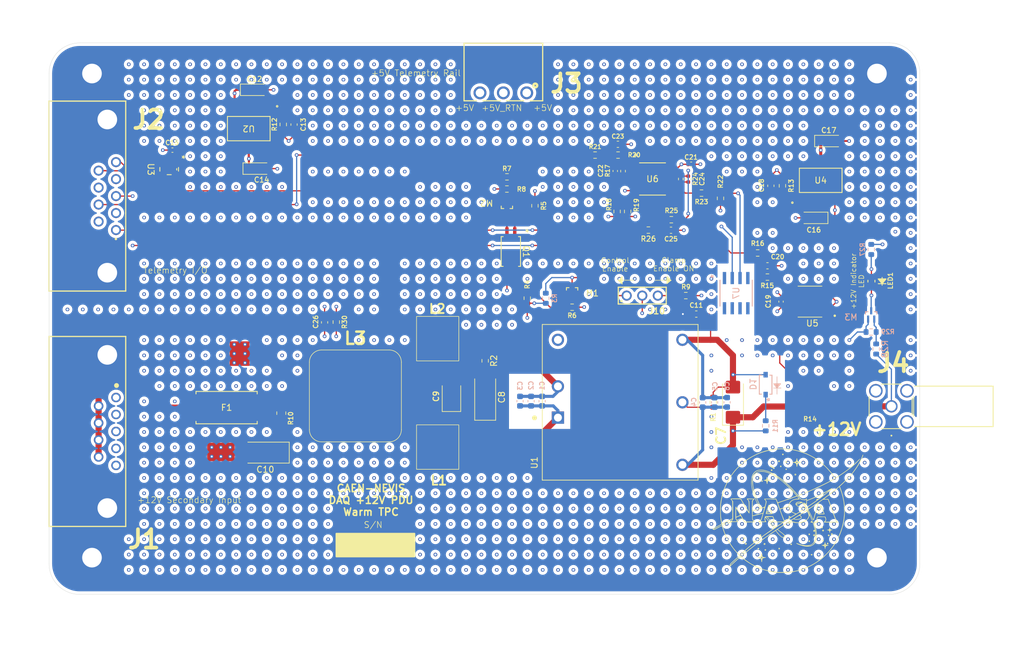
<source format=kicad_pcb>
(kicad_pcb (version 20241229) (generator "pcbnew") (generator_version "9.0")
  (layers (0 "F.Cu" signal) (4 "In1.Cu" signal) (6 "In2.Cu" signal) (8 "In3.Cu" signal) (10 "In4.Cu" signal) (2 "B.Cu" signal) (13 "F.Paste" user) (15 "B.Paste" user) (5 "F.SilkS" user "F.Silkscreen") (7 "B.SilkS" user "B.Silkscreen") (1 "F.Mask" user) (3 "B.Mask" user) (25 "Edge.Cuts" user))
  (net 0 "")
  (net 1 "/Main_DCDC_Converter/V_SEC")
  (net 2 "Net-(U1--VIN)")
  (net 3 "/P12V_OUT")
  (net 4 "/P12V_RTN")
  (net 5 "Net-(C8-Pad2)")
  (net 7 "/V_SEC_RTN")
  (net 8 "Net-(C10-Pad1)")
  (net 9 "GNDPWR")
  (net 10 "/V_TELEM_RTN")
  (net 11 "/V_TELEM_IN")
  (net 12 "Net-(U2-SET)")
  (net 13 "/Enable_Block/3p3V")
  (net 14 "/Telemetry_Schematic/3p3V")
  (net 15 "Net-(U4-SET)")
  (net 16 "Net-(C20-Pad2)")
  (net 17 "Net-(U6A-A_OUT)")
  (net 18 "Net-(U6A--INA)")
  (net 19 "Net-(C23-Pad2)")
  (net 20 "Net-(U6B-B_OUT)")
  (net 21 "Net-(U6B--INB)")
  (net 22 "Net-(C25-Pad2)")
  (net 23 "Net-(D1-CATHODE)")
  (net 24 "/V_SEC_IN")
  (net 25 "Net-(F1-Pad2)")
  (net 27 "/P12V_OUT_")
  (net 28 "Net-(J10-Pad3)")
  (net 29 "Net-(J10-Pad1)")
  (net 30 "Net-(U1-REMOTE)")
  (net 31 "Net-(L2-Pad1)")
  (net 32 "Net-(L1-Pad1)")
  (net 33 "Net-(M1-Pad1)")
  (net 34 "Net-(M2-Pad3)")
  (net 35 "Net-(M2-Pad1)")
  (net 36 "Net-(Q1-Pad1)")
  (net 37 "/Main_DCDC_Converter/TRIM")
  (net 38 "/Enable_SIG")
  (net 39 "Net-(U5-OUT)")
  (net 40 "/P12V_I_MON")
  (net 41 "Net-(U6A-+INA)")
  (net 42 "/P12V_V_MON")
  (net 43 "/Telemetry_Schematic/TEMP")
  (net 44 "Net-(U6B-+INB)")
  (net 45 "/TEMP_MON")
  (net 46 "/ENABLE-")
  (net 47 "/ENABLE+")
  (net 54 "Net-(LED1-Pad2)")
  (net 55 "Net-(LED1-Pad1)")
  (net 56 "Net-(M3-Pad1)")
  (footprint "Resistor_SMD:R_0603_1608Metric" (layer "F.Cu") (at 143.11 90.88 -90)
    (property "Reference" "R2")
    (property "Value" "0.1")
  )
  (footprint "Capacitor_Tantalum_SMD:CP_EIA-3216-10_Kemet-I" (layer "F.Cu") (at 105.93 59.51)
    (property "Reference" "C14")
    (property "Value" "4.7uF")
  )
  (footprint "Analog_Devices:SOT-3_ST_LIT" (layer "F.Cu") (at 197.83 61.43)
    (property "Reference" "U4")
    (property "Value" "LT3080EST-PBF")
  )
  (footprint "Resistor_SMD:R_0603_1608Metric" (layer "F.Cu") (at 178.39 63.51 180)
    (property "Reference" "R23")
    (property "Value" "24.9")
  )
  (footprint "Resistor_SMD:R_0603_1608Metric" (layer "F.Cu") (at 169.73 69.55 180)
    (property "Reference" "R26")
    (property "Value" "24.9")
  )
  (footprint "Resistor_SMD:R_0603_1608Metric" (layer "F.Cu") (at 146.66 62.84 180)
    (property "Reference" "R8")
    (property "Value" "1k")
  )
  (footprint "Capacitor_Tantalum_SMD:CP_EIA-3216-10_Kemet-I" (layer "F.Cu") (at 105.501 46.66)
    (property "Reference" "C12")
    (property "Value" "1uF")
  )
  (footprint "Wurth_Elektronik:618009231221" (layer "F.Cu") (at 75.2 102.41 -90)
    (property "Reference" "J1")
    (property "Value" "618009231221")
  )
  (footprint "Capacitor_Tantalum_SMD:CP_EIA-6032-20_AVX-F" (layer "F.Cu") (at 143.12 96.82 90)
    (property "Reference" "C8")
    (property "Value" "100uF")
  )
  (footprint "Resistor_SMD:R_0603_1608Metric" (layer "F.Cu") (at 175.83 80.24 180)
    (property "Reference" "R9")
    (property "Value" "49.9")
  )
  (footprint "Resistor_SMD:R_0603_1608Metric" (layer "F.Cu") (at 164.6262 66.505 90)
    (property "Reference" "R18")
    (property "Value" "10k")
  )
  (footprint "Resistor_SMD:R_0603_1608Metric" (layer "F.Cu") (at 189.14 77.22 180)
    (property "Reference" "R15")
    (property "Value" "24.9")
  )
  (footprint "Capacitor_SMD:C_0603_1608Metric" (layer "F.Cu") (at 111.9485 52.33 90)
    (property "Reference" "C13")
    (property "Value" "0.1uF")
  )
  (footprint "Resistor_SMD:R_0603_1608Metric" (layer "F.Cu") (at 161.0362 57.305 180)
    (property "Reference" "R21")
    (property "Value" "24.9")
  )
  (footprint "Capacitor_SMD:C_0603_1608Metric" (layer "F.Cu") (at 189.15 75.37 180)
    (property "Reference" "C20")
    (property "Value" "1uF")
  )
  (footprint "MountingHole:MountingHole_3.2mm_M3_Pad" (layer "F.Cu") (at 207 123)
    (property "Reference" "H4" (hide yes))
    (property "Value" "MountingHole_Pad")
  )
  (footprint "Wurth_Elektronik:61300311121" (layer "F.Cu") (at 168.73 80.24)
    (property "Reference" "J10")
    (property "Value" "61300311121")
  )
  (footprint "Texas_Instruments:DBV5" (layer "F.Cu") (at 91.59 59.63 -90)
    (property "Reference" "U3")
    (property "Value" "SN65LVDS2DBVR")
  )
  (footprint "Resistor_SMD:R_0603_1608Metric" (layer "F.Cu") (at 187.55 73.28 180)
    (property "Reference" "R16")
    (property "Value" "24.9")
  )
  (footprint "Little_Fuse:0154Series_LTF" (layer "F.Cu") (at 100.95 98.52)
    (property "Reference" "F1")
    (property "Value" "0154002.DR")
  )
  (footprint "Adam_Tech:CONN_RF2-49B-T-00-50-G-HDW_ADM" (layer "F.Cu") (at 209.36 98.31 -90)
    (property "Reference" "J4")
    (property "Value" "RF2-49B-T-00-50-G-HDW")
  )
  (footprint "MountingHole:MountingHole_3.2mm_M3_Pad" (layer "F.Cu") (at 79 123)
    (property "Reference" "H3" (hide yes))
    (property "Value" "MountingHole_Pad")
  )
  (footprint "Capacitor_Tantalum_SMD:CP_EIA-3216-10_Kemet-I" (layer "F.Cu") (at 196.6939 67.5525 180)
    (property "Reference" "C16")
    (property "Value" "1uF")
  )
  (footprint "Toshiba_Semi:SSM_TOS" (layer "F.Cu") (at 146.660001 65.505 180)
    (property "Reference" "M2")
    (property "Value" "SSM3K15AFS_LF")
  )
  (footprint "NASA_Meatball:NASA-Meatball_11" (layer "F.Cu") (at 192.5 115)
    (property "Reference" "G***" (hide yes))
    (property "Value" "LOGO" (hide yes))
  )
  (footprint "Resistor_SMD:R_0603_1608Metric" (layer "F.Cu") (at 173.47 67.86 180)
    (property "Reference" "R25")
    (property "Value" "24.9")
  )
  (footprint "Resistor_SMD:R_0603_1608Metric" (layer "F.Cu") (at 118.84 84.56 90)
    (property "Reference" "R30")
    (property "Value" "1k")
  )
  (footprint "Capacitor_SMD:C_0603_1608Metric" (layer "F.Cu") (at 164.7562 55.545 180)
    (property "Reference" "C23")
    (property "Value" "1uF")
  )
  (footprint "Capacitor_SMD:C_0603_1608Metric" (layer "F.Cu") (at 189.7014 62.3175 -90)
    (property "Reference" "C18")
    (property "Value" "0.1uF")
  )
  (footprint "Resistor_SMD:R_0603_1608Metric" (layer "F.Cu") (at 146.67 60.86 180)
    (property "Reference" "R7")
    (property "Value" "835")
  )
  (footprint "Foil_Resistors:RES_FCSL20_OHM-L" (layer "F.Cu") (at 196.06 98.33)
    (property "Reference" "R14")
    (property "Value" "FCSL20R010FER")
  )
  (footprint "Capacitor_Tantalum_SMD:CP_EIA-3216-10_Kemet-I" (layer "F.Cu") (at 199.1514 55.0125)
    (property "Reference" "C17")
    (property "Value" "4.7uF")
  )
  (footprint "ISOCOM:ISP281D_ISO" (layer "F.Cu") (at 147.3 73.04 -90)
    (property "Reference" "Q1")
    (property "Value" "ISP281D")
  )
  (footprint "Resistor_SMD:R_0603_1608Metric" (layer "F.Cu") (at 180.3 97.63 90)
    (property "Reference" "R1")
    (property "Value" "(DNP)")
  )
  (footprint "Capacitor_SMD:C_0402_1005Metric" (layer "F.Cu") (at 191.36 81.22 -90)
    (property "Reference" "C19")
    (property "Value" "0.1uF")
  )
  (footprint "Resistor_SMD:R_0805_2012Metric" (layer "F.Cu") (at 109.87 99.42 90)
    (property "Reference" "R10")
    (property "Value" "10")
  )
  (footprint "Analog_Devices:SOT-3_ST_LIT" (layer "F.Cu") (at 104.5685 52.99 180)
    (property "Reference" "U2")
    (property "Value" "LT3080EST-PBF")
  )
  (footprint "Capacitor_SMD:C_0402_1005Metric" (layer "F.Cu") (at 176.7 58.81)
    (property "Reference" "C21")
    (property "Value" "0.1uF")
  )
  (footprint "Capacitor_SMD:C_0603_1608Metric" (layer "F.Cu") (at 177.54 83.25)
    (property "Reference" "C11")
    (property "Value" "0.1uF")
  )
  (footprint "Capacitor_SMD:C_0402_1005Metric" (layer "F.Cu") (at 176.23 61.22 90)
    (property "Reference" "C24")
    (property "Value" "0.1uF")
  )
  (footprint "Texas_Instruments:INA28x_8SOIC" (layer "F.Cu") (at 196.08 81.22 180)
    (property "Reference" "U5")
    (property "Value" "INA286")
  )
  (footprint "Resistor_SMD:R_0603_1608Metric" (layer "F.Cu") (at 166.3462 66.505 -90)
    (property "Reference" "R19")
    (property "Value" "49.9k")
  )
  (footprint "Capacitor_Tantalum_SMD:CP_EIA-6032-20_AVX-F" (layer "F.Cu") (at 183.52 97.63 90)
    (property "Reference" "C7")
    (property "Value" "10uF")
  )
  (footprint "Capacitor_SMD:C_0603_1608Metric" (layer "F.Cu") (at 173.42 69.57 180)
    (property "Reference" "C25")
    (property "Value" "1uF")
  )
  (footprint "Resistor_SMD:R_0603_1608Metric" (layer "F.Cu") (at 191.5914 62.3225 -90)
    (property "Reference" "R13")
    (property "Value" "330k")
  )
  (footprint "Analog_Devices:R_8_ADI" (layer "F.Cu") (at 170.4062 61.205)
    (property "Reference" "U6")
    (property "Value" "LTC2051HVCS8#TRPBF")
  )
  (footprint "Toshiba_Semi:SSM_TOS" (layer "F.Cu") (at 157.29 79.47)
    (property "Reference" "M1")
    (property "Value" "SSM3K15AFS_LF")
  )
  (footprint "Resistor_SMD:R_0603_1608Metric" (layer "F.Cu") (at 157.289999 82.135)
    (property "Reference" "R6")
    (property "Value" "5k")
  )
  (footprint "CUI:PDQ30-Q24-S12-D" (layer "F.Cu") (at 165.13 97.65 90)
    (property "Reference" "U1")
    (property "Value" "PDQ30-Q24-S12-D")
  )
  (footprint "CoilCraft:LPS6235-822MR" (layer "F.Cu") (at 133.325 87.29)
    (property "Reference" "L2")
    (property "Value" "8.2uH (+/- 20%)")
  )
  (footprint "Resistor_SMD:R_0603_1608Metric" (layer "F.Cu") (at 149.98 80.66 90)
    (property "Reference" "R4")
    (property "Value" "15k")
  )
  (footprint "Capacitor_SMD:C_0402_1005Metric" (layer "F.Cu") (at 164.3262 59.905 90)
    (property "Reference" "C22")
    (property "Value" "0.1uF")
  )
  (footprint "Capacitor_Tantalum_SMD:CP_EIA-6032-20_AVX-F" (layer "F.Cu") (at 107.4075 105.86 180)
    (property "Reference" "C10")
    (property "Value" "100uF")
  )
  (footprint "MountingHole:MountingHole_3.2mm_M3_Pad" (layer "F.Cu") (at 79 44)
    (property "Reference" "H1" (hide yes))
    (property "Value" "MountingHole_Pad")
  )
  (footprint "Resistor_SMD:R_0603_1608Metric" (layer "F.Cu") (at 164.7862 57.305 180)
    (property "Reference" "R20")
    (property "Value" "24.9")
  )
  (footprint "Capacitor_SMD:C_0603_1608Metric" (layer "F.Cu") (at 116.93 84.61 -90)
    (property "Reference" "C26")
    (property "Value" "0.1uF")
  )
  (footprint "MountingHole:MountingHole_3.2mm_M3_Pad" (layer "F.Cu") (at 207 44)
    (property "Reference" "H2" (hide yes))
    (property "Value" "MountingHole_Pad")
  )
  (footprint "Resistor_SMD:R_0402_1005Metric" (layer "F.Cu") (at 175.02 61.21 90)
    (property "Reference" "R24")
    (property "Value" "10k")
  )
  (footprint "Wurth_Elektronik:618009231121" (layer "F.Cu") (at 75.2 64 -90)
    (property "Reference" "J2")
    (property "Value" "618009231121")
  )
  (footprint "Resistor_SMD:R_0603_1608Metric" (layer "F.Cu") (at 110.1885 52.31 90)
    (property "Reference" "R12")
    (property "Value" "330k")
  )
  (footprint "Resistor_SMD:R_0402_1005Metric" (layer "F.Cu") (at 165.5962 59.925 90)
    (property "Reference" "R17")
    (property "Value" "10k")
  )
  (footprint "CoilCraft:LPS6235-822MR" (layer "F.Cu") (at 133.325 104.98)
    (property "Reference" "L1")
    (property "Value" "8.2uH (+/- 20%)")
  )
  (footprint "Capacitor_Tantalum_SMD:CP_EIA-3528-12_Kemet-T" (layer "F.Cu") (at 137.62 96.6925 90)
    (property "Reference" "C9")
    (property "Value" "22uF")
  )
  (footprint "CoilCraft:MSD1583-105" (layer "F.Cu") (at 129.45 104.11 90)
    (property "Reference" "L3")
    (property "Value" "900uH to 1mH (CM) 2uH Leakage")
  )
  (footprint "Capacitor_SMD:C_0402_1005Metric" (layer "F.Cu") (at 92.1154 56.4965)
    (property "Reference" "C15")
    (property "Value" "0.1uF")
  )
  (footprint "Wurth_Elektronik:691322310003" (layer "F.Cu") (at 146.08 47.15 180)
    (property "Reference" "J3")
    (property "Value" "691322310003")
  )
  (footprint "Wurth_Elektronik:LED_0AS75000_WRE" (layer "F.Cu") (at 206.1 77.88 90)
    (property "Reference" "LED1")
    (property "Value" "150060AS75000")
  )
  (footprint "Resistor_SMD:R_0603_1608Metric" (layer "F.Cu") (at 181.49 64.37 90)
    (property "Reference" "R22")
    (property "Value" "10k")
  )
  (footprint "Resistor_SMD:R_0603_1608Metric" (layer "F.Cu") (at 151.23 65.58 -90)
    (property "Reference" "R5")
    (property "Value" "180")
  )
  (footprint "Capacitor_SMD:C_0603_1608Metric" (layer "B.Cu") (at 150.6 97.46 -90)
    (property "Reference" "C2")
    (property "Value" "0.1uF")
  )
  (footprint "Resistor_SMD:R_0603_1608Metric" (layer "B.Cu") (at 206.05 86.18 180)
    (property "Reference" "R29")
    (property "Value" "49.9k")
  )
  (footprint "ONSemi:SOD-123_ONS-L" (layer "B.Cu") (at 188.85 94.77 90)
    (property "Reference" "D1")
    (property "Value" "MMSZ13T1G (13V Zener)")
  )
  (footprint "Resistor_SMD:R_0603_1608Metric" (layer "B.Cu") (at 153 80.67 90)
    (property "Reference" "R3")
    (property "Value" "20k")
  )
  (footprint "Capacitor_SMD:C_0603_1608Metric" (layer "B.Cu") (at 180.53 97.67 -90)
    (property "Reference" "C5")
    (property "Value" "0.1uF")
  )
  (footprint "Analog_Devices:R_8_ADI" (layer "B.Cu") (at 184.04 79.84 -90)
    (property "Reference" "U7")
    (property "Value" "AD590JRZ")
  )
  (footprint "Resistor_SMD:R_0603_1608Metric" (layer "B.Cu") (at 188.86 101.49 -90)
    (property "Reference" "R11")
    (property "Value" "49.9")
  )
  (footprint "Resistor_SMD:R_0603_1608Metric" (layer "B.Cu") (at 206.07 72.71 -90)
    (property "Reference" "R27")
    (property "Value" "200")
  )
  (footprint "Resistor_SMD:R_0603_1608Metric" (layer "B.Cu") (at 206.87 88.95 90)
    (property "Reference" "R28")
    (property "Value" "150k")
  )
  (footprint "Capacitor_SMD:C_0603_1608Metric" (layer "B.Cu") (at 152.4 97.46 -90)
    (property "Reference" "C1")
    (property "Value" "0.01uF")
  )
  (footprint "Capacitor_SMD:C_0603_1608Metric" (layer "B.Cu") (at 178.58 97.67 -90)
    (property "Reference" "C4")
    (property "Value" "0.01uF")
  )
  (footprint "Capacitor_SMD:C_0603_1608Metric" (layer "B.Cu") (at 182.56 97.65 -90)
    (property "Reference" "C6")
    (property "Value" "1uF")
  )
  (footprint "Capacitor_SMD:C_0603_1608Metric" (layer "B.Cu") (at 148.8 97.46 -90)
    (property "Reference" "C3")
    (property "Value" "1uF")
  )
  (footprint "Toshiba_Semi:SSM_TOS" (layer "B.Cu") (at 206.060001 83.395 180)
    (property "Reference" "M3")
    (property "Value" "SSM3K15AFS_LF")
  )
  (gr_poly (pts (xy 164.78 77.72) (xy 165.46 78.36) (xy 165.46 77.16)) (stroke (width 0.1)) (fill yes) (layer "F.SilkS"))
  (gr_line (start 170.83 77.74) (end 173.43 77.74) (stroke (width 0.1)) (layer "F.SilkS"))
  (gr_line (start 167.38 77.72) (end 164.78 77.72) (stroke (width 0.1)) (layer "F.SilkS"))
  (gr_poly (pts (xy 173.43 77.74) (xy 172.75 77.1) (xy 172.75 78.3)) (stroke (width 0.1)) (fill yes) (layer "F.SilkS"))
  (gr_line (start 214 124) (end 214 44) (stroke (width 0.05)) (layer "Edge.Cuts"))
  (gr_arc (start 214 124) (mid 212.535534 127.535534) (end 209 129) (stroke (width 0.05)) (layer "Edge.Cuts"))
  (gr_line (start 77 129) (end 209 129) (stroke (width 0.05)) (layer "Edge.Cuts"))
  (gr_line (start 209 39) (end 77 39) (stroke (width 0.05)) (layer "Edge.Cuts"))
  (gr_line (start 72 44) (end 72 124) (stroke (width 0.05)) (layer "Edge.Cuts"))
  (gr_arc (start 77 129) (mid 73.464466 127.535534) (end 72 124) (stroke (width 0.05)) (layer "Edge.Cuts"))
  (gr_arc (start 72 44) (mid 73.464466 40.464466) (end 77 39) (stroke (width 0.05)) (layer "Edge.Cuts"))
  (gr_arc (start 209 39) (mid 212.535534 40.464466) (end 214 44) (stroke (width 0.05)) (layer "Edge.Cuts"))
  (gr_text "CAEN-NEVIS\nDAQ +12V PDU\nWarm TPC" (at 124.5 116.25 0) (layer "F.SilkS") (effects (font (size 1.2 1.2) (thickness 0.24) (bold yes)) (justify bottom)))
  (gr_text "+12V Indicator\nLED" (at 204.95 77.89 90) (layer "F.SilkS") (effects (font (size 0.8 0.8) (thickness 0.1)) (justify bottom)))
  (gr_text "+5V_RTN" (at 142.46 50.21 0) (layer "F.SilkS") (effects (font (size 1 1) (thickness 0.1)) (justify left bottom)))
  (gr_text "Telemetry I/O" (at 87.29 76.7 0) (layer "F.SilkS") (effects (font (size 1 1) (thickness 0.1)) (justify left bottom)))
  (gr_text "+5V" (at 150.92 50.19 0) (layer "F.SilkS") (effects (font (size 1 1) (thickness 0.1)) (justify left bottom)))
  (gr_text "+12V" (at 196.16 103.23 0) (layer "F.SilkS") (effects (font (size 2 2) (thickness 0.4) (bold yes)) (justify left bottom)))
  (gr_text "+12V Secondary Input" (at 86.32 114.18 0) (layer "F.SilkS") (effects (font (size 1 1) (thickness 0.1)) (justify left bottom)))
  (gr_text "S/N" (at 123.26 118.23 0) (layer "F.SilkS") (effects (font (size 1 1) (thickness 0.1)) (justify left bottom)))
  (gr_text "+5V Telemetry Rail" (at 124.46 44.51 0) (layer "F.SilkS") (effects (font (size 1 1) (thickness 0.1)) (justify left bottom)))
  (gr_text "Clamp\nEnable ON" (at 173.86 76.33 0) (layer "F.SilkS") (effects (font (size 0.85 0.85) (thickness 0.1)) (justify bottom)))
  (gr_text "Control\nEnable" (at 164.31 76.36 0) (layer "F.SilkS") (effects (font (size 0.85 0.85) (thickness 0.1)) (justify bottom)))
  (gr_text "+5V" (at 138.19 50.19 0) (layer "F.SilkS") (effects (font (size 1 1) (thickness 0.1)) (justify left bottom)))
  (segment (start 137.62 104.885) (end 137.525 104.98) (width 0.2) (layer "F.Cu") (net 1))
  (segment (start 137.62 98.23) (end 137.62 104.885) (width 1) (layer "F.Cu") (net 1))
  (segment (start 149.98 81.485) (end 149.98 83.86) (width 0.2) (layer "F.Cu") (net 1))
  (segment (start 137.62 98.23) (end 137.605 98.245) (width 0.2) (layer "F.Cu") (net 1))
  (segment (start 150.15 104.98) (end 154.98 100.15) (width 1) (layer "F.Cu") (net 1))
  (segment (start 143.12 99.2825) (end 143.12 104.95) (width 0.5) (layer "F.Cu") (net 1))
  (segment (start 137.525 104.98) (end 143.09 104.98) (width 1) (layer "F.Cu") (net 1))
  (segment (start 143.09 104.98) (end 150.15 104.98) (width 1) (layer "F.Cu") (net 1))
  (segment (start 151.115 81.485) (end 151.12 81.49) (width 0.2) (layer "F.Cu") (net 1))
  (segment (start 149.98 81.485) (end 151.115 81.485) (width 0.2) (layer "F.Cu") (net 1))
  (segment (start 143.12 104.95) (end 143.09 104.98) (width 0.2) (layer "F.Cu") (net 1))
  (segment (start 149.98 83.86) (end 149.99 83.87) (width 0.2) (layer "F.Cu") (net 1))
  (via (at 149.99 83.87) (size 0.6) (drill 0.3) (layers "F.Cu" "B.Cu") (net 1))
  (via (at 151.12 81.49) (size 0.6) (drill 0.3) (layers "F.Cu" "B.Cu") (net 1))
  (segment (start 150.6 98.235) (end 148.8 98.235) (width 0.5) (layer "B.Cu") (net 1))
  (segment (start 154.98 99) (end 154.98 100.15) (width 0.5) (layer "B.Cu") (net 1))
  (segment (start 151.12 81.49) (end 152.995 81.49) (width 0.2) (layer "B.Cu") (net 1))
  (segment (start 154.215 98.235) (end 154.98 99) (width 0.5) (layer "B.Cu") (net 1))
  (segment (start 152.4 98.235) (end 154.215 98.235) (width 0.5) (layer "B.Cu") (net 1))
  (segment (start 152.995 81.49) (end 153 81.495) (width 0.2) (layer "B.Cu") (net 1))
  (segment (start 152.4 98.235) (end 150.6 98.235) (width 0.5) (layer "B.Cu") (net 1))
  (segment (start 137.62 95.155) (end 137.62 87.385) (width 1) (layer "F.Cu") (net 2))
  (segment (start 137.62 88.245) (end 137.605 88.23) (width 0.2) (layer "F.Cu") (net 2))
  (segment (start 143.11 87.34) (end 143.06 87.29) (width 0.2) (layer "F.Cu") (net 2))
  (segment (start 147.22 87.29) (end 154.98 95.05) (width 1) (layer "F.Cu") (net 2))
  (segment (start 137.62 87.385) (end 137.525 87.29) (width 0.2) (layer "F.Cu") (net 2))
  (segment (start 137.525 87.29) (end 143.06 87.29) (width 1) (layer "F.Cu") (net 2))
  (segment (start 143.06 87.29) (end 147.22 87.29) (width 1) (layer "F.Cu") (net 2))
  (segment (start 143.11 90.055) (end 143.11 87.34) (width 0.5) (layer "F.Cu") (net 2))
  (segment (start 152.4 96.685) (end 150.6 96.685) (width 0.5) (layer "B.Cu") (net 2))
  (segment (start 152.4 96.685) (end 154.175 96.685) (width 0.5) (layer "B.Cu") (net 2))
  (segment (start 154.98 95.88) (end 154.98 95.05) (width 0.5) (layer "B.Cu") (net 2))
  (segment (start 150.6 96.685) (end 148.8 96.685) (width 0.5) (layer "B.Cu") (net 2))
  (segment (start 154.175 96.685) (end 154.98 95.88) (width 0.5) (layer "B.Cu") (net 2))
  (segment (start 183.52 104.64) (end 183.52 102.31) (width 1) (layer "F.Cu") (net 3))
  (segment (start 195.5866 98.27) (end 195.5266 98.33) (width 0.2) (layer "F.Cu") (net 3))
  (segment (start 186.7575 100.0925) (end 187.34 99.51) (width 1) (layer "F.Cu") (net 3))
  (segment (start 183.52 102.31) (end 183.52 100.0925) (width 1) (layer "F.Cu") (net 3))
  (segment (start 187.34 99.51) (end 188.51 98.34) (width 1) (layer "F.Cu") (net 3))
  (segment (start 193.61 83.125) (end 192.025 83.125) (width 0.2) (layer "F.Cu") (net 3))
  (segment (start 183.52 100.0925) (end 186.7575 100.0925) (width 1) (layer "F.Cu") (net 3))
  (segment (start 188.51 98.34) (end 195.16 98.34) (width 1) (layer "F.Cu") (net 3))
  (segment (start 195.5266 95.6166) (end 195.5266 98.33) (width 0.2) (layer "F.Cu") (net 3))
  (segment (start 195.52 98.3366) (end 195.5266 98.33) (width 0.2) (layer "F.Cu") (net 3))
  (segment (start 192.025 83.125) (end 191.15 84) (width 0.2) (layer "F.Cu") (net 3))
  (segment (start 175.28 107.85) (end 180.31 107.85) (width 1) (layer "F.Cu") (net 3))
  (segment (start 180.31 107.85) (end 183.52 104.64) (width 1) (layer "F.Cu") (net 3))
  (segment (start 191.15 84) (end 191.15 91.24) (width 0.2) (layer "F.Cu") (net 3))
  (segment (start 191.15 91.24) (end 195.5266 95.6166) (width 0.2) (layer "F.Cu") (net 3))
  (via (at 183.52 102.31) (size 0.6) (drill 0.3) (layers "F.Cu" "B.Cu") (net 3))
  (segment (start 178.58 98.445) (end 178.58 105.42) (width 0.5) (layer "B.Cu") (net 3))
  (segment (start 176.15 107.85) (end 175.28 107.85) (width 0.2) (layer "B.Cu") (net 3))
  (segment (start 182.54 98.445) (end 182.56 98.425) (width 0.5) (layer "B.Cu") (net 3))
  (segment (start 178.58 98.445) (end 182.54 98.445) (width 0.5) (layer "B.Cu") (net 3))
  (segment (start 178.58 105.42) (end 176.15 107.85) (width 0.5) (layer "B.Cu") (net 3))
  (segment (start 188.86 102.315) (end 183.525 102.315) (width 0.2) (layer "B.Cu") (net 3))
  (segment (start 183.525 102.315) (end 183.52 102.31) (width 0.2) (layer "B.Cu") (net 3))
  (segment (start 179.87 87.44) (end 179.86 87.45) (width 0.2) (layer "F.Cu") (net 4))
  (segment (start 183.52 90.01) (end 183.52 95.1675) (width 1) (layer "F.Cu") (net 4))
  (segment (start 175.28 87.45) (end 179.86 87.45) (width 1) (layer "F.Cu") (net 4))
  (segment (start 180.3 96.805) (end 180.3 96) (width 0.2) (layer "F.Cu") (net 4))
  (segment (start 179.86 87.45) (end 180.96 87.45) (width 1) (layer "F.Cu") (net 4))
  (segment (start 178.315 83.25) (end 179.62 83.25) (width 0.2) (layer "F.Cu") (net 4))
  (segment (start 179.62 83.25) (end 179.87 83.5) (width 0.2) (layer "F.Cu") (net 4))
  (segment (start 181.1325 95.1675) (end 183.52 95.1675) (width 0.2) (layer "F.Cu") (net 4))
  (segment (start 180.3 96) (end 181.1325 95.1675) (width 0.2) (layer "F.Cu") (net 4))
  (segment (start 180.96 87.45) (end 183.52 90.01) (width 1) (layer "F.Cu") (net 4))
  (segment (start 179.87 83.5) (end 179.87 87.44) (width 0.2) (layer "F.Cu") (net 4))
  (via (at 183.54 93.14) (size 0.6) (drill 0.3) (layers "F.Cu" "B.Cu") (net 4))
  (segment (start 188.85 93.1444) (end 183.5444 93.1444) (width 0.2) (layer "B.Cu") (net 4))
  (segment (start 183.5444 93.1444) (end 183.54 93.14) (width 0.2) (layer "B.Cu") (net 4))
  (segment (start 182.54 96.895) (end 182.56 96.875) (width 0.5) (layer "B.Cu") (net 4))
  (segment (start 176.05 87.45) (end 175.28 87.45) (width 0.2) (layer "B.Cu") (net 4))
  (segment (start 178.58 96.895) (end 182.54 96.895) (width 0.5) (layer "B.Cu") (net 4))
  (segment (start 178.58 96.895) (end 178.58 89.98) (width 0.5) (layer "B.Cu") (net 4))
  (segment (start 178.58 89.98) (end 176.05 87.45) (width 0.5) (layer "B.Cu") (net 4))
  (segment (start 143.12 94.3575) (end 143.12 91.715) (width 0.5) (layer "F.Cu") (net 5))
  (segment (start 143.12 91.715) (end 143.11 91.705) (width 0.2) (layer "F.Cu") (net 5))
  (segment (start 118.84 85.385) (end 118.84 86.87) (width 0.2) (layer "F.Cu") (net 7))
  (segment (start 116.93 85.385) (end 116.93 86.88) (width 0.2) (layer "F.Cu") (net 7))
  (segment (start 158.114999 82.135) (end 159.235 82.135) (width 0.2) (layer "F.Cu") (net 7))
  (segment (start 104.945 105.86) (end 99.1675 105.86) (width 1) (layer "F.Cu") (net 7))
  (segment (start 107.79 89.71) (end 102.2 89.71) (width 1) (layer "F.Cu") (net 7))
  (segment (start 158.114999 81.34) (end 158.114999 82.11) (width 0.2) (layer "F.Cu") (net 7))
  (segment (start 157.789999 80.145) (end 157.789999 81.015) (width 0.2) (layer "F.Cu") (net 7))
  (segment (start 176.655 80.24) (end 178.36 80.24) (width 0.2) (layer "F.Cu") (net 7))
  (segment (start 158.114999 82.11) (end 158.114999 82.135) (width 0.2) (layer "F.Cu") (net 7))
  (segment (start 99.1675 105.86) (end 98.5275 106.5) (width 0.2) (layer "F.Cu") (net 7))
  (segment (start 146.665 76.1642) (end 146.67 79.41) (width 0.2) (layer "F.Cu") (net 7))
  (segment (start 157.789999 81.015) (end 158.114999 81.34) (width 0.2) (layer "F.Cu") (net 7))
  (segment (start 115.65 94.76) (end 112.84 94.76) (width 1) (layer "F.Cu") (net 7))
  (segment (start 112.84 94.76) (end 107.79 89.71) (width 1) (layer "F.Cu") (net 7))
  (segment (start 118.84 86.87) (end 118.83 86.88) (width 0.2) (layer "F.Cu") (net 7))
  (segment (start 159.235 82.135) (end 159.26 82.11) (width 0.2) (layer "F.Cu") (net 7))
  (segment (start 146.67 79.41) (end 146.665 79.405) (width 0.2) (layer "F.Cu") (net 7))
  (segment (start 178.36 80.24) (end 178.38 80.22) (width 0.2) (layer "F.Cu") (net 7))
  (via (at 195 105) (size 0.6) (drill 0.3) (layers "F.Cu" "B.Cu") (net 7))
  (via (at 125 105) (size 0.6) (drill 0.3) (layers "F.Cu" "B.Cu") (net 7))
  (via (at 112.5 122.5) (size 0.6) (drill 0.3) (layers "F.Cu" "B.Cu") (net 7))
  (via (at 145 112.5) (size 0.6) (drill 0.3) (layers "F.Cu" "B.Cu") (net 7))
  (via (at 197.5 102.5) (size 0.6) (drill 0.3) (layers "F.Cu" "B.Cu") (net 7))
  (via (at 200 90) (size 0.6) (drill 0.3) (layers "F.Cu" "B.Cu") (net 7))
  (via (at 95 87.5) (size 0.6) (drill 0.3) (layers "F.Cu" "B.Cu") (net 7))
  (via (at 135 120) (size 0.6) (drill 0.3) (layers "F.Cu" "B.Cu") (net 7))
  (via (at 202.5 117.5) (size 0.6) (drill 0.3) (layers "F.Cu" "B.Cu") (net 7))
  (via (at 97.5 102.5) (size 0.6) (drill 0.3) (layers "F.Cu" "B.Cu") (net 7))
  (via (at 102.5 120) (size 0.6) (drill 0.3) (layers "F.Cu" "B.Cu") (net 7))
  (via (at 165 120) (size 0.6) (drill 0.3) (layers "F.Cu" "B.Cu") (net 7))
  (via (at 97.5 90) (size 0.6) (drill 0.3) (layers "F.Cu" "B.Cu") (net 7))
  (via (at 137.5 115) (size 0.6) (drill 0.3) (layers "F.Cu" "B.Cu") (net 7))
  (via (at 167.5 125) (size 0.6) (drill 0.3) (layers "F.Cu" "B.Cu") (net 7))
  (via (at 132.5 80) (size 0.6) (drill 0.3) (layers "F.Cu" "B.Cu") (net 7))
  (via (at 180 75) (size 0.6) (drill 0.3) (layers "F.Cu" "B.Cu") (net 7))
  (via (at 97.5 95) (size 0.6) (drill 0.3) (layers "F.Cu" "B.Cu") (net 7))
  (via (at 197.5 112.5) (size 0.6) (drill 0.3) (layers "F.Cu" "B.Cu") (net 7))
  (via (at 95 115) (size 0.6) (drill 0.3) (layers "F.Cu" "B.Cu") (net 7))
  (via (at 180 90) (size 0.6) (drill 0.3) (layers "F.Cu" "B.Cu") (net 7))
  (via (at 170 117.5) (size 0.6) (drill 0.3) (layers "F.Cu" "B.Cu") (net 7))
  (via (at 100 102.5) (size 0.6) (drill 0.3) (layers "F.Cu" "B.Cu") (net 7))
  (via (at 177.5 115) (size 0.6) (drill 0.3) (layers "F.Cu" "B.Cu") (net 7))
  (via (at 117.5 110) (size 0.6) (drill 0.3) (layers "F.Cu" "B.Cu") (net 7))
  (via (at 197.5 107.5) (size 0.6) (drill 0.3) (layers "F.Cu" "B.Cu") (net 7))
  (via (at 95 105) (size 0.6) (drill 0.3) (layers "F.Cu" "B.Cu") (net 7))
  (via (at 172.5 77.5) (size 0.6) (drill 0.3) (layers "F.Cu" "B.Cu") (net 7))
  (via (at 142.5 115) (size 0.6) (drill 0.3) (layers "F.Cu" "B.Cu") (net 7))
  (via (at 90 122.5) (size 0.6) (drill 0.3) (layers "F.Cu" "B.Cu") (net 7))
  (via (at 207.5 117.5) (size 0.6) (drill 0.3) (layers "F.Cu" "B.Cu") (net 7))
  (via (at 135 80) (size 0.6) (drill 0.3) (layers "F.Cu" "B.Cu") (net 7))
  (via (at 95 125) (size 0.6) (drill 0.3) (layers "F.Cu" "B.Cu") (net 7))
  (via (at 200 112.5) (size 0.6) (drill 0.3) (layers "F.Cu" "B.Cu") (net 7))
  (via (at 112.5 110) (size 0.6) (drill 0.3) (layers "F.Cu" "B.Cu") (net 7))
  (via (at 200 87.5) (size 0.6) (drill 0.3) (layers "F.Cu" "B.Cu") (net 7))
  (via (at 95 102.5) (size 0.6) (drill 0.3) (layers "F.Cu" "B.Cu") (net 7))
  (via (at 87.5 97.5) (size 0.6) (drill 0.3) (layers "F.Cu" "B.Cu") (net 7))
  (via (at 132.5 82.5) (size 0.6) (drill 0.3) (layers "F.Cu" "B.Cu") (net 7))
  (via (at 130 107.5) (size 0.6) (drill 0.3) (layers "F.Cu" "B.Cu") (net 7))
  (via (at 135 117.5) (size 0.6) (drill 0.3) (layers "F.Cu" "B.Cu") (net 7))
  (via (at 200 120) (size 0.6) (drill 0.3) (layers "F.Cu" "B.Cu") (net 7))
  (via (at 98.5275 105) (size 0.6) (drill 0.3) (layers "F.Cu" "B.Cu") (net 7))
  (via (at 160 122.5) (size 0.6) (drill 0.3) (layers "F.Cu" "B.Cu") (net 7))
  (via (at 90 105) (size 0.6) (drill 0.3) (layers "F.Cu" "B.Cu") (net 7))
  (via (at 110 90) (size 0.6) (drill 0.3) (layers "F.Cu" "B.Cu") (net 7))
  (via (at 182.5 87.5) (size 0.6) (drill 0.3) (layers "F.Cu" "B.Cu") (net 7))
  (via (at 118.83 86.88) (size 0.6) (drill 0.3) (layers "F.Cu" "B.Cu") (net 7))
  (via (at 127.5 105) (size 0.6) (drill 0.3) (layers "F.Cu" "B.Cu") (net 7))
  (via (at 105 125) (size 0.6) (drill 0.3) (layers "F.Cu" "B.Cu") (net 7))
  (via (at 147.5 117.5) (size 0.6) (drill 0.3) (layers "F.Cu" "B.Cu") (net 7))
  (via (at 170 120) (size 0.6) (drill 0.3) (layers "F.Cu" "B.Cu") (net 7))
  (via (at 155 122.5) (size 0.6) (drill 0.3) (layers "F.Cu" "B.Cu") (net 7))
  (via (at 182.5 112.5) (size 0.6) (drill 0.3) (layers "F.Cu" "B.Cu") (net 7))
  (via (at 97.5 117.5) (size 0.6) (drill 0.3) (layers "F.Cu" "B.Cu") (net 7))
  (via (at 87.5 102.5) (size 0.6) (drill 0.3) (layers "F.Cu" "B.Cu") (net 7))
  (via (at 185 115) (size 0.6) (drill 0.3) (layers "F.Cu" "B.Cu") (net 7))
  (via (at 180 110) (size 0.6) (drill 0.3) (layers "F.Cu" "B.Cu") (net 7))
  (via (at 202.5 110) (size 0.6) (drill 0.3) (layers "F.Cu" "B.Cu") (net 7))
  (via (at 117.5 122.5) (size 0.6) (drill 0.3) (layers "F.Cu" "B.Cu") (net 7))
  (via (at 142.5 85) (size 0.6) (drill 0.3) (layers "F.Cu" "B.Cu") (net 7))
  (via (at 87.5 112.5) (size 0.6) (drill 0.3) (layers "F.Cu" "B.Cu") (net 7))
  (via (at 207.5 115) (size 0.6) (drill 0.3) (layers "F.Cu" "B.Cu") (net 7))
  (via (at 190 110) (size 0.6) (drill 0.3) (layers "F.Cu" "B.Cu") (net 7))
  (via (at 180 80) (size 0.6) (drill 0.3) (layers "F.Cu" "B.Cu") (net 7))
  (via (at 205 107.5) (size 0.6) (drill 0.3) (layers "F.Cu" "B.Cu") (net 7))
  (via (at 202.5 125) (size 0.6) (drill 0.3) (layers "F.Cu" "B.Cu") (net 7))
  (via (at 120 112.5) (size 0.6) (drill 0.3) (layers "F.Cu" "B.Cu") (net 7))
  (via (at 200 95) (size 0.6) (drill 0.3) (layers "F.Cu" "B.Cu") (net 7))
  (via (at 212.5 107.5) (size 0.6) (drill 0.3) (layers "F.Cu" "B.Cu") (net 7))
  (via (at 192.5 115) (size 0.6) (drill 0.3) (layers "F.Cu" "B.Cu") (net 7))
  (via (at 185 105) (size 0.6) (drill 0.3) (layers "F.Cu" "B.Cu") (net 7))
  (via (at 92.5 105) (size 0.6) (drill 0.3) (layers "F.Cu" "B.Cu") (net 7))
  (via (at 185 90) (size 0.6) (drill 0.3) (layers "F.Cu" "B.Cu") (net 7))
  (via (at 90 125) (size 0.6) (drill 0.3) (layers "F.Cu" "B.Cu") (net 7))
  (via (at 165 115) (size 0.6) (drill 0.3) (layers "F.Cu" "B.Cu") (net 7))
  (via (at 107.5 87.5) (size 0.6) (drill 0.3) (layers "F.Cu" "B.Cu") (net 7))
  (via (at 112.5 107.5) (size 0.6) (drill 0.3) (layers "F.Cu" "B.Cu") (net 7))
  (via (at 175 112.5) (size 0.6) (drill 0.3) (layers "F.Cu" "B.Cu") (net 7))
  (via (at 197.5 125) (size 0.6) (drill 0.3) (layers "F.Cu" "B.Cu") (net 7))
  (via (at 170 75) (size 0.6) (drill 0.3) (layers "F.Cu" "B.Cu") (net 7))
  (via (at 170 115) (size 0.6) (drill 0.3) (layers "F.Cu" "B.Cu") (net 7))
  (via (at 175 117.5) (size 0.6) (drill 0.3) (layers "F.Cu" "B.Cu") (net 7))
  (via (at 115 112.5) (size 0.6) (drill 0.3) (layers "F.Cu" "B.Cu") (net 7))
  (via (at 165 77.5) (size 0.6) (drill 0.3) (layers "F.Cu" "B.Cu") (net 7))
  (via (at 95 110) (size 0.6) (drill 0.3) (layers "F.Cu" "B.Cu") (net 7))
  (via (at 212.5 110) (size 0.6) (drill 0.3) (layers "F.Cu" "B.Cu") (net 7))
  (via (at 177.5 77.5) (size 0.6) (drill 0.3) (layers "F.Cu" "B.Cu") (net 7))
  (via (at 120 107.5) (size 0.6) (drill 0.3) (layers "F.Cu" "B.Cu") (net 7))
  (via (at 140 115) (size 0.6) (drill 0.3) (layers "F.Cu" "B.Cu") (net 7))
  (via (at 160 112.5) (size 0.6) (drill 0.3) (layers "F.Cu" "B.Cu") (net 7))
  (via (at 195 92.5) (size 0.6) (drill 0.3) (layers "F.Cu" "B.Cu") (net 7))
  (via (at 202.5 112.5) (size 0.6) (drill 0.3) (layers "F.Cu" "B.Cu") (net 7))
  (via (at 107.5 102.5) (size 0.6) (drill 0.3) (layers "F.Cu" "B.Cu") (net 7))
  (via (at 210 105) (size 0.6) (drill 0.3) (layers "F.Cu" "B.Cu") (net 7))
  (via (at 190 120) (size 0.6) (drill 0.3) (layers "F.Cu" "B.Cu") (net 7))
  (via (at 107.5 95) (size 0.6) (drill 0.3) (layers "F.Cu" "B.Cu") (net 7))
  (via (at 147.5 110) (size 0.6) (drill 0.3) (layers "F.Cu" "B.Cu") (net 7))
  (via (at 140 122.5) (size 0.6) (drill 0.3) (layers "F.Cu" "B.Cu") (net 7))
  (via (at 127.5 125) (size 0.6) (drill 0.3) (layers "F.Cu" "B.Cu") (net 7))
  (via (at 115 122.5) (size 0.6) (drill 0.3) (layers "F.Cu" "B.Cu") (net 7))
  (via (at 190 125) (size 0.6) (drill 0.3) (layers "F.Cu" "B.Cu") (net 7))
  (via (at 87.5 110) (size 0.6) (drill 0.3) (layers "F.Cu" "B.Cu") (net 7))
  (via (at 210 110) (size 0.6) (drill 0.3) (layers "F.Cu" "B.Cu") (net 7))
  (via (at 147.5 125) (size 0.6) (drill 0.3) (layers "F.Cu" "B.Cu") (net 7))
  (via (at 137.5 120) (size 0.6) (drill 0.3) (layers "F.Cu" "B.Cu") (net 7))
  (via (at 112.5 125) (size 0.6) (drill 0.3) (layers "F.Cu" "B.Cu") (net 7))
  (via (at 103.95 91.21) (size 0.6) (drill 0.3) (layers "F.Cu" "B.Cu") (net 7))
  (via (at 135 82.5) (size 0.6) (drill 0.3) (layers "F.Cu" "B.Cu") (net 7))
  (via (at 112.5 112.5) (size 0.6) (drill 0.3) (layers "F.Cu" "B.Cu") (net 7))
  (via (at 105 92.5) (size 0.6) (drill 0.3) (layers "F.Cu" "B.Cu") (net 7))
  (via (at 195 90) (size 0.6) (drill 0.3) (layers "F.Cu" "B.Cu") (net 7))
  (via (at 195 102.5) (size 0.6) (drill 0.3) (layers "F.Cu" "B.Cu") (net 7))
  (via (at 102.5 125) (size 0.6) (drill 0.3) (layers "F.Cu" "B.Cu") (net 7))
  (via (at 132.5 122.5) (size 0.6) (drill 0.3) (layers "F.Cu" "B.Cu") (net 7))
  (via (at 90 90) (size 0.6) (drill 0.3) (layers "F.Cu" "B.Cu") (net 7))
  (via (at 145 77.5) (size 0.6) (drill 0.3) (layers "F.Cu" "B.Cu") (net 7))
  (via (at 95 120) (size 0.6) (drill 0.3) (layers "F.Cu" "B.Cu") (net 7))
  (via (at 145 120) (size 0.6) (drill 0.3) (layers "F.Cu" "B.Cu") (net 7))
  (via (at 85 120) (size 0.6) (drill 0.3) (layers "F.Cu" "B.Cu") (net 7))
  (via (at 132.5 117.5) (size 0.6) (drill 0.3) (layers "F.Cu" "B.Cu") (net 7))
  (via (at 105 112.5) (size 0.6) (drill 0.3) (layers "F.Cu" "B.Cu") (net 7))
  (via (at 150 77.5) (size 0.6) (drill 0.3) (layers "F.Cu" "B.Cu") (net 7))
  (via (at 140 80) (size 0.6) (drill 0.3) (layers "F.Cu" "B.Cu") (net 7))
  (via (at 92.5 117.5) (size 0.6) (drill 0.3) (layers "F.Cu" "B.Cu") (net 7))
  (via (at 110 120) (size 0.6) (drill 0.3) (layers "F.Cu" "B.Cu") (net 7))
  (via (at 142.5 112.5) (size 0.6) (drill 0.3) (layers "F.Cu" "B.Cu") (net 7))
  (via (at 180 92.5) (size 0.6) (drill 0.3) (layers "F.Cu" "B.Cu") (net 7))
  (via (at 150 125) (size 0.6) (drill 0.3) (layers "F.Cu" "B.Cu") (net 7))
  (via (at 180 77.5) (size 0.6) (drill 0.3) (layers "F.Cu" "B.Cu") (net 7))
  (via (at 107.5 122.5) (size 0.6) (drill 0.3) (layers "F.Cu" "B.Cu") (net 7))
  (via (at 107.5 110) (size 0.6) (drill 0.3) (layers "F.Cu" "B.Cu") (net 7))
  (via (at 190 107.5) (size 0.6) (drill 0.3) (layers "F.Cu" "B.Cu") (net 7))
  (via (at 137.5 122.5) (size 0.6) (drill 0.3) (layers "F.Cu" "B.Cu") (net 7))
  (via (at 200 117.5) (size 0.6) (drill 0.3) (layers "F.Cu" "B.Cu") (net 7))
  (via (at 142.5 117.5) (size 0.6) (drill 0.3) (layers "F.Cu" "B.Cu") (net 7))
  (via (at 192.5 95) (size 0.6) (drill 0.3) (layers "F.Cu" "B.Cu") (net 7))
  (via (at 197.5 117.5) (size 0.6) (drill 0.3) (layers "F.Cu" "B.Cu") (net 7))
  (via (at 117.5 117.5) (size 0.6) (drill 0.3) (layers "F.Cu" "B.Cu") (net 7))
  (via (at 155 115) (size 0.6) (drill 0.3) (layers "F.Cu" "B.Cu") (net 7))
  (via (at 145 75) (size 0.6) (drill 0.3) (layers "F.Cu" "B.Cu") (net 7))
  (via (at 207.5 105) (size 0.6) (drill 0.3) (layers "F.Cu" "B.Cu") (net 7))
  (via (at 150 75) (size 0.6) (drill 0.3) (layers "F.Cu" "B.Cu") (net 7))
  (via (at 92.5 102.5) (size 0.6) (drill 0.3) (layers "F.Cu" "B.Cu") (net 7))
  (via (at 152.5 125) (size 0.6) (drill 0.3) (layers "F.Cu" "B.Cu") (net 7))
  (via (at 152.5 120) (size 0.6) (drill 0.3) (layers "F.Cu" "B.Cu") (net 7))
  (via (at 182.5 110) (size 0.6) (drill 0.3) (layers "F.Cu" "B.Cu") (net 7))
  (via (at 140 85) (size 0.6) (drill 0.3) (layers "F.Cu" "B.Cu") (net 7))
  (via (at 115 115) (size 0.6) (drill 0.3) (layers "F.Cu" "B.Cu") (net 7))
  (via (at 172.5 122.5) (size 0.6) (drill 0.3) (layers "F.Cu" "B.Cu") (net 7))
  (via (at 95 112.5) (size 0.6) (drill 0.3) (layers "F.Cu" "B.Cu") (net 7))
  (via (at 145 85) (size 0.6) (drill 0.3) (layers "F.Cu" "B.Cu") (net 7))
  (via (at 120 105) (size 0.6) (drill 0.3) (layers "F.Cu" "B.Cu") (net 7))
  (via (at 102.5 102.5) (size 0.6) (drill 0.3) (layers "F.Cu" "B.Cu") (net 7))
  (via (at 100 90) (size 0.6) (drill 0.3) (layers "F.Cu" "B.Cu") (net 7))
  (via (at 87.5 115) (size 0.6) (drill 0.3) (layers "F.Cu" "B.Cu") (net 7))
  (via (at 177.5 125) (size 0.6) (drill 0.3) (layers "F.Cu" "B.Cu") (net 7))
  (via (at 103.95 89.71) (size 0.6) (drill 0.3) (layers "F.Cu" "B.Cu") (net 7))
  (via (at 135 112.5) (size 0.6) (drill 0.3) (layers "F.Cu" "B.Cu") (net 7))
  (via (at 192.5 87.5) (size 0.6) (drill 0.3) (layers "F.Cu" "B.Cu") (net 7))
  (via (at 172.5 115) (size 0.6) (drill 0.3) (layers "F.Cu" "B.Cu") (net 7))
  (via (at 95 90) (size 0.6) (drill 0.3) (layers "F.Cu" "B.Cu") (net 7))
  (via (at 192.5 120) (size 0.6) (drill 0.3) (layers "F.Cu" "B.Cu") (net 7))
  (via (at 102.2 88.21) (size 0.6) (drill 0.3) (layers "F.Cu" "B.Cu") (net 7))
  (via (at 192.5 122.5) (size 0.6) (drill 0.3) (layers "F.Cu" "B.Cu") (net 7))
  (via (at 175 122.5) (size 0.6) (drill 0.3) (layers "F.Cu" "B.Cu") (net 7))
  (via (at 195 125) (size 0.6) (drill 0.3) (layers "F.Cu" "B.Cu") (net 7))
  (via (at 100.0275 106.5) (size 0.6) (drill 0.3) (layers "F.Cu" "B.Cu") (net 7))
  (via (at 147.5 122.5) (size 0.6) (drill 0.3) (layers "F.Cu" "B.Cu") (net 7))
  (via (at 190 115) (size 0.6) (drill 0.3) (layers "F.Cu" "B.Cu") (net 7))
  (via (at 87.5 90) (size 0.6) (drill 0.3) (layers "F.Cu" "B.Cu") (net 7))
  (via (at 105 110) (size 0.6) (drill 0.3) (layers "F.Cu" "B.Cu") (net 7))
  (via (at 147.5 82.5) (size 0.6) (drill 0.3) (layers "F.Cu" "B.Cu") (net 7))
  (via (at 145 110) (size 0.6) (drill 0.3) (layers "F.Cu" "B.Cu") (net 7))
  (via (at 100 112.5) (size 0.6) (drill 0.3) (layers "F.Cu" "B.Cu") (net 7))
  (via (at 115 105) (size 0.6) (drill 0.3) (layers "F.Cu" "B.Cu") (net 7))
  (via (at 142.5 125) (size 0.6) (drill 0.3) (layers "F.Cu" "B.Cu") (net 7))
  (via (at 105 117.5) (size 0.6) (drill 0.3) (layers "F.Cu" "B.Cu") (net 7))
  (via (at 122.5 107.5) (size 0.6) (drill 0.3) (layers "F.Cu" "B.Cu") (net 7))
  (via (at 142.5 122.5) (size 0.6) (drill 0.3) (layers "F.Cu" "B.Cu") (net 7))
  (via (at 197.5 90) (size 0.6) (drill 0.3) (layers "F.Cu" "B.Cu") (net 7))
  (via (at 122.5 110) (size 0.6) (drill 0.3) (layers "F.Cu" "B.Cu") (net 7))
  (via (at 187.5 105) (size 0.6) (drill 0.3) (layers "F.Cu" "B.Cu") (net 7))
  (via (at 145 125) (size 0.6) (drill 0.3) (layers "F.Cu" "B.Cu") (net 7))
  (via (at 162.5 75) (size 0.6) (drill 0.3) (layers "F.Cu" "B.Cu") (net 7))
  (via (at 117.5 105) (size 0.6) (drill 0.3) (layers "F.Cu" "B.Cu") (net 7))
  (via (at 210 112.5) (size 0.6) (drill 0.3) (layers "F.Cu" "B.Cu") (net 7))
  (via (at 205 105) (size 0.6) (drill 0.3) (layers "F.Cu" "B.Cu") (net 7))
  (via (at 182.5 122.5) (size 0.6) (drill 0.3) (layers "F.Cu" "B.Cu") (net 7))
  (via (at 185 112.5) (size 0.6) (drill 0.3) (layers "F.Cu" "B.Cu") (net 7))
  (via (at 95 117.5) (size 0.6) (drill 0.3) (layers "F.Cu" "B.Cu") (net 7))
  (via (at 210 115) (size 0.6) (drill 0.3) (layers "F.Cu" "B.Cu") (net 7))
  (via (at 170 77.5) (size 0.6) (drill 0.3) (layers "F.Cu" "B.Cu") (net 7))
  (via (at 147.5 112.5) (size 0.6) (drill 0.3) (layers "F.Cu" "B.Cu") (net 7))
  (via (at 150 120) (size 0.6) (drill 0.3) (layers "F.Cu" "B.Cu") (net 7))
  (via (at 202.5 102.5) (size 0.6) (drill 0.3) (layers "F.Cu" "B.Cu") (net 7))
  (via (at 165 117.5) (size 0.6) (drill 0.3) (layers "F.Cu" "B.Cu") (net 7))
  (via (at 87.5 105) (size 0.6) (drill 0.3) (layers "F.Cu" "B.Cu") (net 7))
  (via (at 142.5 75) (size 0.6) (drill 0.3) (layers "F.Cu" "B.Cu") (net 7))
  (via (at 117.5 125) (size 0.6) (drill 0.3) (layers "F.Cu" "B.Cu") (net 7))
  (via (at 101.5275 105) (size 0.6) (drill 0.3) (layers "F.Cu" "B.Cu") (net 7))
  (via (at 110 110) (size 0.6) (drill 0.3) (layers "F.Cu" "B.Cu") (net 7))
  (via (at 147.5 120) (size 0.6) (drill 0.3) (layers "F.Cu" "B.Cu") (net 7))
  (via (at 92.5 107.5) (size 0.6) (drill 0.3) (layers "F.Cu" "B.Cu") (net 7))
  (via (at 187.5 120) (size 0.6) (drill 0.3) (layers "F.Cu" "B.Cu") (net 7))
  (via (at 212.5 105) (size 0.6) (drill 0.3) (layers "F.Cu" "B.Cu") (net 7))
  (via (at 110 87.5) (size 0.6) (drill 0.3) (layers "F.Cu" "B.Cu") (net 7))
  (via (at 180 102.5) (size 0.6) (drill 0.3) (layers "F.Cu" "B.Cu") (net 7))
  (via (at 170 122.5) (size 0.6) (drill 0.3) (layers "F.Cu" "B.Cu") (net 7))
  (via (at 102.5 110) (size 0.6) (drill 0.3) (layers "F.Cu" "B.Cu") (net 7))
  (via (at 187.5 125) (size 0.6) (drill 0.3) (layers "F.Cu" "B.Cu") (net 7))
  (via (at 92.5 92.5) (size 0.6) (drill 0.3) (layers "F.Cu" "B.Cu") (net 7))
  (via (at 187.5 117.5) (size 0.6) (drill 0.3) (layers "F.Cu" "B.Cu") (net 7))
  (via (at 135 122.5) (size 0.6) (drill 0.3) (layers "F.Cu" "B.Cu") (net 7))
  (via (at 105 95) (size 0.6) (drill 0.3) (layers "F.Cu" "B.Cu") (net 7))
  (via (at 180 117.5) (size 0.6) (drill 0.3) (layers "F.Cu" "B.Cu") (net 7))
  (via (at 125 110) (size 0.6) (drill 0.3) (layers "F.Cu" "B.Cu") (net 7))
  (via (at 100 120) (size 0.6) (drill 0.3) (layers "F.Cu" "B.Cu") (net 7))
  (via (at 115 107.5) (size 0.6) (drill 0.3) (layers "F.Cu" "B.Cu") (net 7))
  (via (at 175 120) (size 0.6) (drill 0.3) (layers "F.Cu" "B.Cu") (net 7))
  (via (at 90 92.5) (size 0.6) (drill 0.3) (layers "F.Cu" "B.Cu") (net 7))
  (via (at 130 77.5) (size 0.6) (drill 0.3) (layers "F.Cu" "B.Cu") (net 7))
  (via (at 85 122.5) (size 0.6) (drill 0.3) (layers "F.Cu" "B.Cu") (net 7))
  (via (at 202.5 92.5) (size 0.6) (drill 0.3) (layers "F.Cu" "B.Cu") (net 7))
  (via (at 167.5 112.5) (size 0.6) (drill 0.3) (layers "F.Cu" "B.Cu") (net 7))
  (via (at 177.5 75) (size 0.6) (drill 0.3) (layers "F.Cu" "B.Cu") (net 7))
  (via (at 182.5 117.5) (size 0.6) (drill 0.3) (layers "F.Cu" "B.Cu") (net 7))
  (via (at 97.5 125) (size 0.6) (drill 0.3) (layers "F.Cu" "B.Cu") (net 7))
  (via (at 95 92.5) (size 0.6) (drill 0.3) (layers "F.Cu" "B.Cu") (net 7))
  (via (at 112.5 115) (size 0.6) (drill 0.3) (layers "F.Cu" "B.Cu") (net 7))
  (via (at 182.5 115) (size 0.6) (drill 0.3) (layers "F.Cu" "B.Cu") (net 7))
  (via (at 192.5 117.5) (size 0.6) (drill 0.3) (layers "F.Cu" "B.Cu") (net 7))
  (via (at 140 112.5) (size 0.6) (drill 0.3) (layers "F.Cu" "B.Cu") (net 7))
  (via (at 90 120) (size 0.6) (drill 0.3) (layers "F.Cu" "B.Cu") (net 7))
  (via (at 197.5 87.5) (size 0.6) (drill 0.3) (layers "F.Cu" "B.Cu") (net 7))
  (via (at 130 87.5) (size 0.6) (drill 0.3) (layers "F.Cu" "B.Cu") (net 7))
  (via (at 137.5 125) (size 0.6) (drill 0.3) (layers "F.Cu" "B.Cu") (net 7))
  (via (at 192.5 90) (size 0.6) (drill 0.3) (layers "F.Cu" "B.Cu") (net 7))
  (via (at 192.5 107.5) (size 0.6) (drill 0.3) (layers "F.Cu" "B.Cu") (net 7))
  (via (at 160 120) (size 0.6) (drill 0.3) (layers "F.Cu" "B.Cu") (net 7))
  (via (at 140 125) (size 0.6) (drill 0.3) (layers "F.Cu" "B.Cu") (net 7))
  (via (at 160 80) (size 0.6) (drill 0.3) (layers "F.Cu" "B.Cu") (net 7))
  (via (at 87.5 122.5) (size 0.6) (drill 0.3) (layers "F.Cu" "B.Cu") (net 7))
  (via (at 87.5 117.5) (size 0.6) (drill 0.3) (layers "F.Cu" "B.Cu") (net 7))
  (via (at 92.5 97.5) (size 0.6) (drill 0.3) (layers "F.Cu" "B.Cu") (net 7))
  (via (at 140 117.5) (size 0.6) (drill 0.3) (layers "F.Cu" "B.Cu") (net 7))
  (via (at 147.5 85) (size 0.6) (drill 0.3) (layers "F.Cu" "B.Cu") (net 7))
  (via (at 192.5 105) (size 0.6) (drill 0.3) (layers "F.Cu" "B.Cu") (net 7))
  (via (at 102.2 89.71) (size 0.6) (drill 0.3) (layers "F.Cu" "B.Cu") (net 7))
  (via (at 155 120) (size 0.6) (drill 0.3) (layers "F.Cu" "B.Cu") (net 7))
  (via (at 202.5 120) (size 0.6) (drill 0.3) (layers "F.Cu" "B.Cu") (net 7))
  (via (at 100 110) (size 0.6) (drill 0.3) (layers "F.Cu" "B.Cu") (net 7))
  (via (at 87.5 92.5) (size 0.6) (drill 0.3) (layers "F.Cu" "B.Cu") (net 7))
  (via (at 167.5 75) (size 0.6) (drill 0.3) (layers "F.Cu" "B.Cu") (net 7))
  (via (at 187.5 110) (size 0.6) (drill 0.3) (layers "F.Cu" "B.Cu") (net 7))
  (via (at 105 120) (size 0.6) (drill 0.3) (layers "F.Cu" "B.Cu") (net 7))
  (via (at 127.5 110) (size 0.6) (drill 0.3) (layers "F.Cu" "B.Cu") (net 7))
  (via (at 152.5 115) (size 0.6) (drill 0.3) (layers "F.Cu" "B.Cu") (net 7))
  (via (at 172.5 125) (size 0.6) (drill 0.3) (layers "F.Cu" "B.Cu") (net 7))
  (via (at 132.5 110) (size 0.6) (drill 0.3) (layers "F.Cu" "B.Cu") (net 7))
  (via (at 97.5 110) (size 0.6) (drill 0.3) (layers "F.Cu" "B.Cu") (net 7))
  (via (at 175 115) (size 0.6) (drill 0.3) (layers "F.Cu" "B.Cu") (net 7))
  (via (at 100 125) (size 0.6) (drill 0.3) (layers "F.Cu" "B.Cu") (net 7))
  (via (at 212.5 90) (size 0.6) (drill 0.3) (layers "F.Cu" "B.Cu") (net 7))
  (via (at 92.5 112.5) (size 0.6) (drill 0.3) (layers "F.Cu" "B.Cu") (net 7))
  (via (at 92.5 100) (size 0.6) (drill 0.3) (layers "F.Cu" "B.Cu") (net 7))
  (via (at 200 110) (size 0.6) (drill 0.3) (layers "F.Cu" "B.Cu") (net 7))
  (via (at 140 120) (size 0.6) (drill 0.3) (layers "F.Cu" "B.Cu") (net 7))
  (via (at 97.5 87.5) (size 0.6) (drill 0.3) (layers "F.Cu" "B.Cu") (net 7))
  (via (at 152.5 122.5) (size 0.6) (drill 0.3) (layers "F.Cu" "B.Cu") (net 7))
  (via (at 115 110) (size 0.6) (drill 0.3) (layers "F.Cu" "B.Cu") (net 7))
  (via (at 177.5 117.5) (size 0.6) (drill 0.3) (layers "F.Cu" "B.Cu") (net 7))
  (via (at 87.5 87.5) (size 0.6) (drill 0.3) (layers "F.Cu" "B.Cu") (net 7))
  (via (at 87.5 120) (size 0.6) (drill 0.3) (layers "F.Cu" "B.Cu") (net 7))
  (via (at 122.5 125) (size 0.6) (drill 0.3) (layers "F.Cu" "B.Cu") (net 7))
  (via (at 122.5 105) (size 0.6) (drill 0.3) (layers "F.Cu" "B.Cu") (net 7))
  (via (at 112.5 90) (size 0.6) (drill 0.3) (layers "F.Cu" "B.Cu") (net 7))
  (via (at 167.5 77.5) (size 0.6) (drill 0.3) (layers "F.Cu" "B.Cu") (net 7))
  (via (at 185 110) (size 0.6) (drill 0.3) (layers "F.Cu" "B.Cu") (net 7))
  (via (at 180 112.5) (size 0.6) (drill 0.3) (layers "F.Cu" "B.Cu") (net 7))
  (via (at 125 112.5) (size 0.6) (drill 0.3) (layers "F.Cu" "B.Cu") (net 7))
  (via (at 170 112.5) (size 0.6) (drill 0.3) (layers "F.Cu" "B.Cu") (net 7))
  (via (at 160 125) (size 0.6) (drill 0.3) (layers "F.Cu" "B.Cu") (net 7))
  (via (at 157.5 117.5) (size 0.6) (drill 0.3) (layers "F.Cu" "B.Cu") (net 7))
  (via (at 155 75) (size 0.6) (drill 0.3) (layers "F.Cu" "B.Cu") (net 7))
  (via (at 192.5 125) (size 0.6) (drill 0.3) (layers "F.Cu" "B.Cu") (net 7))
  (via (at 175 75) (size 0.6) (drill 0.3) (layers "F.Cu" "B.Cu") (net 7))
  (via (at 185 107.5) (size 0.6) (drill 0.3) (layers "F.Cu" "B.Cu") (net 7))
  (via (at 172.5 117.5) (size 0.6) (drill 0.3) (layers "F.Cu" "B.Cu") (net 7))
  (via (at 160 75) (size 0.6) (drill 0.3) (layers "F.Cu" "B.Cu") (net 7))
  (via (at 90 102.5) (size 0.6) (drill 0.3) (layers "F.Cu" "B.Cu") (net 7))
  (via (at 127.5 112.5) (size 0.6) (drill 0.3) (layers "F.Cu" "B.Cu") (net 7))
  (via (at 210 107.5) (size 0.6) (drill 0.3) (layers "F.Cu" "B.Cu") (net 7))
  (via (at 130 112.5) (size 0.6) (drill 0.3) (layers "F.Cu" "B.Cu") (net 7))
  (via (at 162.5 125) (size 0.6) (drill 0.3) (layers "F.Cu" "B.Cu") (net 7))
  (via (at 157.5 75) (size 0.6) (drill 0.3) (layers "F.Cu" "B.Cu") (net 7))
  (via (at 155 117.5) (size 0.6) (drill 0.3) (layers "F.Cu" "B.Cu") (net 7))
  (via (at 200 107.5) (size 0.6) (drill 0.3) (layers "F.Cu" "B.Cu") (net 7))
  (via (at 100 117.5) (size 0.6) (drill 0.3) (layers "F.Cu" "B.Cu") (net 7))
  (via (at 165 112.5) (size 0.6) (drill 0.3) (layers "F.Cu" "B.Cu") (net 7))
  (via (at 182.5 125) (size 0.6) (drill 0.3) (layers "F.Cu" "B.Cu") (net 7))
  (via (at 122.5 112.5) (size 0.6) (drill 0.3) (layers "F.Cu" "B.Cu") (net 7))
  (via (at 102.5 122.5) (size 0.6) (drill 0.3) (layers "F.Cu" "B.Cu") (net 7))
  (via (at 142.5 77.5) (size 0.6) (drill 0.3) (layers "F.Cu" "B.Cu") (net 7))
  (via (at 137.5 117.5) (size 0.6) (drill 0.3) (layers "F.Cu" "B.Cu") (net 7))
  (via (at 125 87.5) (size 0.6) (drill 0.3) (layers "F.Cu" "B.Cu") (net 7))
  (via (at 90 117.5) (size 0.6) (drill 0.3) (layers "F.Cu" "B.Cu") (net 7))
  (via (at 205 112.5) (size 0.6) (drill 0.3) (layers "F.Cu" "B.Cu") (net 7))
  (via (at 101.5275 106.5) (size 0.6) (drill 0.3) (layers "F.Cu" "B.Cu") (net 7))
  (via (at 170 82.5) (size 0.6) (drill 0.3) (layers "F.Cu" "B.Cu") (net 7))
  (via (at 140 77.5) (size 0.6) (drill 0.3) (layers "F.Cu" "B.Cu") (net 7))
  (via (at 165 75) (size 0.6) (drill 0.3) (layers "F.Cu" "B.Cu") (net 7))
  (via (at 172.5 75) (size 0.6) (drill 0.3) (layers "F.Cu" "B.Cu") (net 7))
  (via (at 110 95) (size 0.6) (drill 0.3) (layers "F.Cu" "B.Cu") (net 7))
  (via (at 190 122.5) (size 0.6) (drill 0.3) (layers "F.Cu" "B.Cu") (net 7))
  (via (at 92.5 110) (size 0.6) (drill 0.3) (layers "F.Cu" "B.Cu") (net 7))
  (via (at 152.5 75) (size 0.6) (drill 0.3) (layers "F.Cu" "B.Cu") (net 7))
  (via (at 202.5 115) (size 0.6) (drill 0.3) (layers "F.Cu" "B.Cu") (net 7))
  (via (at 202.5 90) (size 0.6) (drill 0.3) (layers "F.Cu" "B.Cu") (net 7))
  (via (at 92.5 125) (size 0.6) (drill 0.3) (layers "F.Cu" "B.Cu") (net 7))
  (via (at 115 87.5) (size 0.6) (drill 0.3) (layers "F.Cu" "B.Cu") (net 7))
  (via (at 157.5 125) (size 0.6) (drill 0.3) (layers "F.Cu" "B.Cu") (net 7))
  (via (at 159.26 82.11) (size 0.6) (drill 0.3) (layers "F.Cu" "B.Cu") (net 7))
  (via (at 160 115) (size 0.6) (drill 0.3) (layers "F.Cu" "B.Cu") (net 7))
  (via (at 98.5275 106.5) (size 0.6) (drill 0.3) (layers "F.Cu" "B.Cu") (net 7))
  (via (at 167.5 122.5) (size 0.6) (drill 0.3) (layers "F.Cu" "B.Cu") (net 7))
  (via (at 207.5 112.5) (size 0.6) (drill 0.3) (layers "F.Cu" "B.Cu") (net 7))
  (via (at 107.5 120) (size 0.6) (drill 0.3) (layers "F.Cu" "B.Cu") (net 7))
  (via (at 180 120) (size 0.6) (drill 0.3) (layers "F.Cu" "B.Cu") (net 7))
  (via (at 132.5 115) (size 0.6) (drill 0.3) (layers "F.Cu" "B.Cu") (net 7))
  (via (at 130 125) (size 0.6) (drill 0.3) (layers "F.Cu" "B.Cu") (net 7))
  (via (at 127.5 107.5) (size 0.6) (drill 0.3) (layers "F.Cu" "B.Cu") (net 7))
  (via (at 122.5 87.5) (size 0.6) (drill 0.3) (layers "F.Cu" "B.Cu") (net 7))
  (via (at 185 117.5) (size 0.6) (drill 0.3) (layers "F.Cu" "B.Cu") (net 7))
  (via (at 100.0275 105) (size 0.6) (drill 0.3) (layers "F.Cu" "B.Cu") (net 7))
  (via (at 202.5 87.5) (size 0.6) (drill 0.3) (layers "F.Cu" "B.Cu") (net 7))
  (via (at 135 110) (size 0.6) (drill 0.3) (layers "F.Cu" "B.Cu") (net 7))
  (via (at 190 90) (size 0.6) (drill 0.3) (layers "F.Cu" "B.Cu") (net 7))
  (via (at 187.5 112.5) (size 0.6) (drill 0.3) (layers "F.Cu" "B.Cu") (net 7))
  (via (at 117.5 115) (size 0.6) (drill 0.3) (layers "F.Cu" "B.Cu") (net 7))
  (via (at 180 115) (size 0.6) (drill 0.3) (layers "F.Cu" "B.Cu") (net 7))
  (via (at 165 122.5) (size 0.6) (drill 0.3) (layers "F.Cu" "B.Cu") (net 7))
  (via (at 87.5 100) (size 0.6) (drill 0.3) (layers "F.Cu" "B.Cu") (net 7))
  (via (at 155 112.5) (size 0.6) (drill 0.3) (layers "F.Cu" "B.Cu") (net 7))
  (via (at 100 95) (size 0.6) (drill 0.3) (layers "F.Cu" "B.Cu") (net 7))
  (via (at 190 105) (size 0.6) (drill 0.3) (layers "F.Cu" "B.Cu") (net 7))
  (via (at 145 117.5) (size 0.6) (drill 0.3) (layers "F.Cu" "B.Cu") (net 7))
  (via (at 105 115) (size 0.6) (drill 0.3) (layers "F.Cu" "B.Cu") (net 7))
  (via (at 125 107.5) (size 0.6) (drill 0.3) (layers "F.Cu" "B.Cu") (net 7))
  (via (at 192.5 112.5) (size 0.6) (drill 0.3) (layers "F.Cu" "B.Cu") (net 7))
  (via (at 195 112.5) (size 0.6) (drill 0.3) (layers "F.Cu" "B.Cu") (net 7))
  (via (at 177.5 120) (size 0.6) (drill 0.3) (layers "F.Cu" "B.Cu") (net 7))
  (via (at 197.5 105) (size 0.6) (drill 0.3) (layers "F.Cu" "B.Cu") (net 7))
  (via (at 175 125) (size 0.6) (drill 0.3) (layers "F.Cu" "B.Cu") (net 7))
  (via (at 142.5 120) (size 0.6) (drill 0.3) (layers "F.Cu" "B.Cu") (net 7))
  (via (at 92.5 87.5) (size 0.6) (drill 0.3) (layers "F.Cu" "B.Cu") (net 7))
  (via (at 130 105) (size 0.6) (drill 0.3) (layers "F.Cu" "B.Cu") (net 7))
  (via (at 97.5 122.5) (size 0.6) (drill 0.3) (layers "F.Cu" "B.Cu") (net 7))
  (via (at 172.5 112.5) (size 0.6) (drill 0.3) (layers "F.Cu" "B.Cu") (net 7))
  (via (at 117.5 120) (size 0.6) (drill 0.3) (layers "F.Cu" "B.Cu") (net 7))
  (via (at 150 112.5) (size 0.6) (drill 0.3) (layers "F.Cu" "B.Cu") (net 7))
  (via (at 212.5 117.5) (size 0.6) (drill 0.3) (layers "F.Cu" "B.Cu") (net 7))
  (via (at 97.5 112.5) (size 0.6) (drill 0.3) (layers "F.Cu" "B.Cu") (net 7))
  (via (at 155 125) (size 0.6) (drill 0.3) (layers "F.Cu" "B.Cu") (net 7))
  (via (at 132.5 120) (size 0.6) (drill 0.3) (layers "F.Cu" "B.Cu") (net 7))
  (via (at 152.5 112.5) (size 0.6) (drill 0.3) (layers "F.Cu" "B.Cu") (net 7))
  (via (at 135 75) (size 0.6) (drill 0.3) (layers "F.Cu" "B.Cu") (net 7))
  (via (at 195 115) (size 0.6) (drill 0.3) (layers "F.Cu" "B.Cu") (net 7))
  (via (at 157.5 122.5) (size 0.6) (drill 0.3) (layers "F.Cu" "B.Cu") (net 7))
  (via (at 132.5 125) (size 0.6) (drill 0.3) (layers "F.Cu" "B.Cu") (net 7))
  (via (at 100 87.5) (size 0.6) (drill 0.3) (layers "F.Cu" "B.Cu") (net 7))
  (via (at 110 112.5) (size 0.6) (drill 0.3) (layers "F.Cu" "B.Cu") (net 7))
  (via (at 180 122.5) (size 0.6) (drill 0.3) (layers "F.Cu" "B.Cu") (net 7))
  (via (at 95 107.5) (size 0.6) (drill 0.3) (layers "F.Cu" "B.Cu") (net 7))
  (via (at 110 122.5) (size 0.6) (drill 0.3) (layers "F.Cu" "B.Cu") (net 7))
  (via (at 102.5 117.5) (size 0.6) (drill 0.3) (layers "F.Cu" "B.Cu") (net 7))
  (via (at 190 87.5) (size 0.6) (drill 0.3) (layers "F.Cu" "B.Cu") (net 7))
  (via (at 157.5 112.5) (size 0.6) (drill 0.3) (layers "F.Cu" "B.Cu") (net 7))
  (via (at 195 87.5) (size 0.6) (drill 0.3) (layers "F.Cu" "B.Cu") (net 7))
  (via (at 110 117.5) (size 0.6) (drill 0.3) (layers "F.Cu" "B.Cu") (net 7))
  (via (at 172.5 120) (size 0.6) (drill 0.3) (layers "F.Cu" "B.Cu") (net 7))
  (via (at 112.5 117.5) (size 0.6) (drill 0.3) (layers "F.Cu" "B.Cu") (net 7))
  (via (at 115 120) (size 0.6) (drill 0.3) (layers "F.Cu" "B.Cu") (net 7))
  (via (at 170 125) (size 0.6) (drill 0.3) (layers "F.Cu" "B.Cu") (net 7))
  (via (at 185 122.5) (size 0.6) (drill 0.3) (layers "F.Cu" "B.Cu") (net 7))
  (via (at 102.5 112.5) (size 0.6) (drill 0.3) (layers "F.Cu" "B.Cu") (net 7))
  (via (at 200 102.5) (size 0.6) (drill 0.3) (layers "F.Cu" "B.Cu") (net 7))
  (via (at 197.5 120) (size 0.6) (drill 0.3) (layers "F.Cu" "B.Cu") (net 7))
  (via (at 145 80) (size 0.6) (drill 0.3) (layers "F.Cu" "B.Cu") (net 7))
  (via (at 187.5 90) (size 0.6) (drill 0.3) (layers "F.Cu" "B.Cu") (net 7))
  (via (at 102.5 115) (size 0.6) (drill 0.3) (layers "F.Cu" "B.Cu") (net 7))
  (via (at 172.5 82.5) (size 0.6) (drill 0.3) (layers "F.Cu" "B.Cu") (net 7))
  (via (at 103.95 88.21) (size 0.6) (drill 0.3) (layers "F.Cu" "B.Cu") (net 7))
  (via (at 100 115) (size 0.6) (drill 0.3) (layers "F.Cu" "B.Cu") (net 7))
  (via (at 140 110) (size 0.6) (drill 0.3) (layers "F.Cu" "B.Cu") (net 7))
  (via (at 190 112.5) (size 0.6) (drill 0.3) (layers "F.Cu" "B.Cu") (net 7))
  (via (at 180 105) (size 0.6) (drill 0.3) (layers "F.Cu" "B.Cu") (net 7))
  (via (at 87.5 107.5) (size 0.6) (drill 0.3) (layers "F.Cu" "B.Cu") (net 7))
  (via (at 130 110) (size 0.6) (drill 0.3) (layers "F.Cu" "B.Cu") (net 7))
  (via (at 200 115) (size 0.6) (drill 0.3) (layers "F.Cu" "B.Cu") (net 7))
  (via (at 97.5 120) (size 0.6) (drill 0.3) (layers "F.Cu" "B.Cu") (net 7))
  (via (at 107.5 92.5) (size 0.6) (drill 0.3) (layers "F.Cu" "B.Cu") (net 7))
  (via (at 117.5 112.5) (size 0.6) (drill 0.3) (layers "F.Cu" "B.Cu") (net 7))
  (via (at 137.5 110) (size 0.6) (drill 0.3) (layers "F.Cu" "B.Cu") (net 7))
  (via (at 205 110) (size 0.6) (drill 0.3) (layers "F.Cu" "B.Cu") (net 7))
  (via (at 112.5 105) (size 0.6) (drill 0.3) (layers "F.Cu" "B.Cu") (net 7))
  (via (at 200 125) (size 0.6) (drill 0.3) (layers "F.Cu" "B.Cu") (net 7))
  (via (at 107.5 112.5) (size 0.6) (drill 0.3) (layers "F.Cu" "B.Cu") (net 7))
  (via (at 100 122.5) (size 0.6) (drill 0.3) (layers "F.Cu" "B.Cu") (net 7))
  (via (at 117.5 107.5) (size 0.6) (drill 0.3) (layers "F.Cu" "B.Cu") (net 7))
  (via (at 162.5 112.5) (size 0.6) (drill 0.3) (layers "F.Cu" "B.Cu") (net 7))
  (via (at 160 117.5) (size 0.6) (drill 0.3) (layers "F.Cu" "B.Cu") (net 7))
  (via (at 135 115) (size 0.6) (drill 0.3) (layers "F.Cu" "B.Cu") (net 7))
  (via (at 95 122.5) (size 0.6) (drill 0.3) (layers "F.Cu" "B.Cu") (net 7))
  (via (at 205 117.5) (size 0.6) (drill 0.3) (layers "F.Cu" "B.Cu") (net 7))
  (via (at 195 107.5) (size 0.6) (drill 0.3) (layers "F.Cu" "B.Cu") (net 7))
  (via (at 102.5 92.5) (size 0.6) (drill 0.3) (layers "F.Cu" "B.Cu") (net 7))
  (via (at 190 117.5) (size 0.6) (drill 0.3) (layers "F.Cu" "B.Cu") (net 7))
  (via (at 212.5 112.5) (size 0.6) (drill 0.3) (layers "F.Cu" "B.Cu") (net 7))
  (via (at 145 122.5) (size 0.6) (drill 0.3) (layers "F.Cu" "B.Cu") (net 7))
  (via (at 210 117.5) (size 0.6) (drill 0.3) (layers "F.Cu" "B.Cu") (net 7))
  (via (at 175 77.5) (size 0.6) (drill 0.3) (layers "F.Cu" "B.Cu") (net 7))
  (via (at 197.5 110) (size 0.6) (drill 0.3) (layers "F.Cu" "B.Cu") (net 7))
  (via (at 146.67 79.41) (size 0.6) (drill 0.3) (layers "F.Cu" "B.Cu") (net 7))
  (via (at 127.5 87.5) (size 0.6) (drill 0.3) (layers "F.Cu" "B.Cu") (net 7))
  (via (at 102.2 91.21) (size 0.6) (drill 0.3) (layers "F.Cu" "B.Cu") (net 7))
  (via (at 212.5 87.5) (size 0.6) (drill 0.3) (layers "F.Cu" "B.Cu") (net 7))
  (via (at 97.5 92.5) (size 0.6) (drill 0.3) (layers "F.Cu" "B.Cu") (net 7))
  (via (at 110 125) (size 0.6) (drill 0.3) (layers "F.Cu" "B.Cu") (net 7))
  (via (at 92.5 120) (size 0.6) (drill 0.3) (layers "F.Cu" "B.Cu") (net 7))
  (via (at 187.5 115) (size 0.6) (drill 0.3) (layers "F.Cu" "B.Cu") (net 7))
  (via (at 92.5 95) (size 0.6) (drill 0.3) (layers "F.Cu" "B.Cu") (net 7))
  (via (at 145 115) (size 0.6) (drill 0.3) (layers "F.Cu" "B.Cu") (net 7))
  (via (at 202.5 107.5) (size 0.6) (drill 0.3) (layers "F.Cu" "B.Cu") (net 7))
  (via (at 200 122.5) (size 0.6) (drill 0.3) (layers "F.Cu" "B.Cu") (net 7))
  (via (at 202.5 95) (size 0.6) (drill 0.3) (layers "F.Cu" "B.Cu") (net 7))
  (via (at 90 107.5) (size 0.6) (drill 0.3) (layers "F.Cu" "B.Cu") (net 7))
  (via (at 116.93 86.88) (size 0.6) (drill 0.3) (layers "F.Cu" "B.Cu") (net 7))
  (via (at 197.5 92.5) (size 0.6) (drill 0.3) (layers "F.Cu" "B.Cu") (net 7))
  (via (at 162.5 117.5) (size 0.6) (drill 0.3) (layers "F.Cu" "B.Cu") (net 7))
  (via (at 112.5 102.5) (size 0.6) (drill 0.3) (layers "F.Cu" "B.Cu") (net 7))
  (via (at 105 102.5) (size 0.6) (drill 0.3) (layers "F.Cu" "B.Cu") (net 7))
  (via (at 207.5 110) (size 0.6) (drill 0.3) (layers "F.Cu" "B.Cu") (net 7))
  (via (at 150 110) (size 0.6) (drill 0.3) (layers "F.Cu" "B.Cu") (net 7))
  (via (at 90 112.5) (size 0.6) (drill 0.3) (layers "F.Cu" "B.Cu") (net 7))
  (via (at 137.5 82.5) (size 0.6) (drill 0.3) (layers "F.Cu" "B.Cu") (net 7))
  (via (at 142.5 110) (size 0.6) (drill 0.3) (layers "F.Cu" "B.Cu") (net 7))
  (via (at 177.5 122.5) (size 0.6) (drill 0.3) (layers "F.Cu" "B.Cu") (net 7))
  (via (at 162.5 77.5) (size 0.6) (drill 0.3) (layers "F.Cu" "B.Cu") (net 7))
  (via (at 112.5 87.5) (size 0.6) (drill 0.3) (layers "F.Cu" "B.Cu") (net 7))
  (via (at 157.5 115) (size 0.6) (drill 0.3) (layers "F.Cu" "B.Cu") (net 7))
  (via (at 212.5 115) (size 0.6) (drill 0.3) (layers "F.Cu" "B.Cu") (net 7))
  (via (at 137.5 80) (size 0.6) (drill 0.3) (layers "F.Cu" "B.Cu") (net 7))
  (via (at 205 115) (size 0.6) (drill 0.3) (layers "F.Cu" "B.Cu") (net 7))
  (via (at 137.5 112.5) (size 0.6) (drill 0.3) (layers "F.Cu" "B.Cu") (net 7))
  (via (at 130 82.5) (size 0.6) (drill 0.3) (layers "F.Cu" "B.Cu") (net 7))
  (via (at 132.5 112.5) (size 0.6) (drill 0.3) (layers "F.Cu" "B.Cu") (net 7))
  (via (at 92.5 90) (size 0.6) (drill 0.3) (layers "F.Cu" "B.Cu") (net 7))
  (via (at 212.5 92.5) (size 0.6) (drill 0.3) (layers "F.Cu" "B.Cu") (net 7))
  (via (at 130 75) (size 0.6) (drill 0.3) (layers "F.Cu" "B.Cu") (net 7))
  (via (at 180 82.5) (size 0.6) (drill 0.3) (layers "F.Cu" "B.Cu") (net 7))
  (via (at 107.5 125) (size 0.6) (drill 0.3) (layers "F.Cu" "B.Cu") (net 7))
  (via (at 90 95) (size 0.6) (drill 0.3) (layers "F.Cu" "B.Cu") (net 7))
  (via (at 90 115) (size 0.6) (drill 0.3) (layers "F.Cu" "B.Cu") (net 7))
  (via (at 112.5 92.5) (size 0.6) (drill 0.3) (layers "F.Cu" "B.Cu") (net 7))
  (via (at 195 120) (size 0.6) (drill 0.3) (layers "F.Cu" "B.Cu") (net 7))
  (via (at 182.5 120) (size 0.6) (drill 0.3) (layers "F.Cu" "B.Cu") (net 7))
  (via (at 150 115) (size 0.6) (drill 0.3) (layers "F.Cu" "B.Cu") (net 7))
  (via (at 162.5 120) (size 0.6) (drill 0.3) (layers "F.Cu" "B.Cu") (net 7))
  (via (at 185 120) (size 0.6) (drill 0.3) (layers "F.Cu" "B.Cu") (net 7))
  (via (at 135 125) (size 0.6) (drill 0.3) (layers "F.Cu" "B.Cu") (net 7))
  (via (at 202.5 122.5) (size 0.6) (drill 0.3) (layers "F.Cu" "B.Cu") (net 7))
  (via (at 107.5 117.5) (size 0.6) (drill 0.3) (layers "F.Cu" "B.Cu") (net 7))
  (via (at 97.5 115) (size 0.6) (drill 0.3) (layers "F.Cu" "B.Cu") (net 7))
  (via (at 197.5 115) (size 0.6) (drill 0.3) (layers "F.Cu" "B.Cu") (net 7))
  (via (at 130 80) (size 0.6) (drill 0.3) (layers "F.Cu" "B.Cu") (net 7))
  (via (at 115 125) (size 0.6) (drill 0.3) (layers "F.Cu" "B.Cu") (net 7))
  (via (at 100 92.5) (size 0.6) (drill 0.3) (layers "F.Cu" "B.Cu") (net 7))
  (via (at 120 110) (size 0.6) (drill 0.3) (layers "F.Cu" "B.Cu") (net 7))
  (via (at 142.5 80) (size 0.6) (drill 0.3) (layers "F.Cu" "B.Cu") (net 7))
  (via (at 115 117.5) (size 0.6) (drill 0.3) (layers "F.Cu" "B.Cu") (net 7))
  (via (at 162.5 122.5) (size 0.6) (drill 0.3) (layers "F.Cu" "B.Cu") (net 7))
  (via (at 125 125) (size 0.6) (drill 0.3) (layers "F.Cu" "B.Cu") (net 7))
  (via (at 90 87.5) (size 0.6) (drill 0.3) (layers "F.Cu" "B.Cu") (net 7))
  (via (at 120 125) (size 0.6) (drill 0.3) (layers "F.Cu" "B.Cu") (net 7))
  (via (at 207.5 107.5) (size 0.6) (drill 0.3) (layers "F.Cu" "B.Cu") (net 7))
  (via (at 187.5 87.5) (size 0.6) (drill 0.3) (layers "F.Cu" "B.Cu") (net 7))
  (via (at 180 125) (size 0.6) (drill 0.3) (layers "F.Cu" "B.Cu") (net 7))
  (via (at 145 82.5) (size 0.6) (drill 0.3) (layers "F.Cu" "B.Cu") (net 7))
  (via (at 110 115) (size 0.6) (drill 0.3) (layers "F.Cu" "B.Cu") (net 7))
  (via (at 180 100) (size 0.6) (drill 0.3) (layers "F.Cu" "B.Cu") (net 7))
  (via (at 167.5 120) (size 0.6) (drill 0.3) (layers "F.Cu" "B.Cu") (net 7))
  (via (at 132.5 75) (size 0.6) (drill 0.3) (layers "F.Cu" "B.Cu") (net 7))
  (via (at 192.5 102.5) (size 0.6) (drill 0.3) (layers "F.Cu" "B.Cu") (net 7))
  (via (at 165 125) (size 0.6) (drill 0.3) (layers "F.Cu" "B.Cu") (net 7))
  (via (at 140 82.5) (size 0.6) (drill 0.3) (layers "F.Cu" "B.Cu") (net 7))
  (via (at 195 110) (size 0.6) (drill 0.3) (layers "F.Cu" "B.Cu") (net 7))
  (via (at 92.5 122.5) (size 0.6) (drill 0.3) (layers "F.Cu" "B.Cu") (net 7))
  (via (at 92.5 115) (size 0.6) (drill 0.3) (layers "F.Cu" "B.Cu") (net 7))
  (via (at 90 100) (size 0.6) (drill 0.3) (layers "F.Cu" "B.Cu") (net 7))
  (via (at 112.5 120) (size 0.6) (drill 0.3) (layers "F.Cu" "B.Cu") (net 7))
  (via (at 137.5 75) (size 0.6) (drill 0.3) (layers "F.Cu" "B.Cu") (net 7))
  (via (at 150 122.5) (size 0.6) (drill 0.3) (layers "F.Cu" "B.Cu") (net 7))
  (via (at 187.5 122.5) (size 0.6) (drill 0.3) (layers "F.Cu" "B.Cu") (net 7))
  (via (at 187.5 107.5) (size 0.6) (drill 0.3) (layers "F.Cu" "B.Cu") (net 7))
  (via (at 135 77.5) (size 0.6) (drill 0.3) (layers "F.Cu" "B.Cu") (net 7))
  (via (at 90 110) (size 0.6) (drill 0.3) (layers "F.Cu" "B.Cu") (net 7))
  (via (at 162.5 115) (size 0.6) (drill 0.3) (layers "F.Cu" "B.Cu") (net 7))
  (via (at 185 87.5) (size 0.6) (drill 0.3) (layers "F.Cu" "B.Cu") (net 7))
  (via (at 197.5 122.5) (size 0.6) (drill 0.3) (layers "F.Cu" "B.Cu") (net 7))
  (via (at 107.5 115) (size 0.6) (drill 0.3) (layers "F.Cu" "B.Cu") (net 7))
  (via (at 195 117.5) (size 0.6) (drill 0.3) (layers "F.Cu" "B.Cu") (net 7))
  (via (at 137.5 77.5) (size 0.6) (drill 0.3) (layers "F.Cu" "B.Cu") (net 7))
  (via (at 102.5 95) (size 0.6) (drill 0.3) (layers "F.Cu" "B.Cu") (net 7))
  (via (at 105 122.5) (size 0.6) (drill 0.3) (layers "F.Cu" "B.Cu") (net 7))
  (via (at 178.38 80.22) (size 0.6) (drill 0.3) (layers "F.Cu" "B.Cu") (net 7))
  (via (at 167.5 117.5) (size 0.6) (drill 0.3) (layers "F.Cu" "B.Cu") (net 7))
  (via (at 167.5 115) (size 0.6) (drill 0.3) (layers "F.Cu" "B.Cu") (net 7))
  (via (at 87.5 125) (size 0.6) (drill 0.3) (layers "F.Cu" "B.Cu") (net 7))
  (via (at 185 125) (size 0.6) (drill 0.3) (layers "F.Cu" "B.Cu") (net 7))
  (via (at 202.5 105) (size 0.6) (drill 0.3) (layers "F.Cu" "B.Cu") (net 7))
  (via (at 140 75) (size 0.6) (drill 0.3) (layers "F.Cu" "B.Cu") (net 7))
  (via (at 150 117.5) (size 0.6) (drill 0.3) (layers "F.Cu" "B.Cu") (net 7))
  (via (at 147.5 115) (size 0.6) (drill 0.3) (layers "F.Cu" "B.Cu") (net 7))
  (via (at 157.5 120) (size 0.6) (drill 0.3) (layers "F.Cu" "B.Cu") (net 7))
  (via (at 177.5 112.5) (size 0.6) (drill 0.3) (layers "F.Cu" "B.Cu") (net 7))
  (via (at 132.5 77.5) (size 0.6) (drill 0.3) (layers "F.Cu" "B.Cu") (net 7))
  (via (at 200 105) (size 0.6) (drill 0.3) (layers "F.Cu" "B.Cu") (net 7))
  (via (at 85 125) (size 0.6) (drill 0.3) (layers "F.Cu" "B.Cu") (net 7))
  (via (at 152.5 117.5) (size 0.6) (drill 0.3) (layers "F.Cu" "B.Cu") (net 7))
  (via (at 142.5 82.5) (size 0.6) (drill 0.3) (layers "F.Cu" "B.Cu") (net 7))
  (via (at 192.5 110) (size 0.6) (drill 0.3) (layers "F.Cu" "B.Cu") (net 7))
  (via (at 95 95) (size 0.6) (drill 0.3) (layers "F.Cu" "B.Cu") (net 7))
  (via (at 195 122.5) (size 0.6) (drill 0.3) (layers "F.Cu" "B.Cu") (net 7))
  (segment (start 203.82 86.18) (end 202.5 87.5) (width 0.2) (layer "B.Cu") (net 7))
  (segment (start 205.225 86.18) (end 205.225 85.265) (width 0.2) (layer "B.Cu") (net 7))
  (segment (start 205.225 85.265) (end 205.560002 84.929998) (width 0.2) (layer "B.Cu") (net 7))
  (segment (start 205.225 86.18) (end 203.82 86.18) (width 0.2) (layer "B.Cu") (net 7))
  (segment (start 205.560002 84.929998) (end 205.560002 84.07) (width 0.2) (layer "B.Cu") (net 7))
  (segment (start 109.885 105.845) (end 109.87 105.86) (width 0.2) (layer "F.Cu") (net 8))
  (segment (start 109.87 105.86) (end 109.87 100.3325) (width 1) (layer "F.Cu") (net 8))
  (segment (start 176.765 83.25) (end 175.355 83.25) (width 0.2) (layer "F.Cu") (net 9))
  (via (at 175.355 83.25) (size 0.6) (drill 0.3) (layers "F.Cu" "B.Cu") (net 9))
  (segment (start 165.9112 63.11) (end 165.9062 63.115) (width 0.2) (layer "F.Cu") (net 10))
  (segment (start 189.7014 60.7225) (end 190.6714 59.7525) (width 0.2) (layer "F.Cu") (net 10))
  (segment (start 110.1885 54.12) (end 111.0685 55) (width 0.2) (layer "F.Cu") (net 10))
  (segment (start 116.93 83.835) (end 116.93 82.03) (width 0.2) (layer "F.Cu") (net 10))
  (segment (start 145.835 62.84) (end 144.62 62.84) (width 0.2) (layer "F.Cu") (net 10))
  (segment (start 199.765 80.585) (end 200.42 81.24) (width 0.2) (layer "F.Cu") (net 10))
  (segment (start 106.851 46.66) (end 108.5985 46.66) (width 0.2) (layer "F.Cu") (net 10))
  (segment (start 199.805 81.855) (end 200.42 81.24) (width 0.2) (layer "F.Cu") (net 10))
  (segment (start 91.59 58.4362) (end 91.59 56.5419) (width 0.2) (layer "F.Cu") (net 10))
  (segment (start 193.61 81.855) (end 192.295 81.855) (width 0.2) (layer "F.Cu") (net 10))
  (segment (start 111.9485 53.105) (end 111.9485 54.12) (width 0.2) (layer "F.Cu") (net 10))
  (segment (start 193.7414 67.5525) (end 193.7314 67.5625) (width 0.2) (layer "F.Cu") (net 10))
  (segment (start 200.5014 55.0125) (end 202.4714 55.0125) (width 0.3) (layer "F.Cu") (net 10))
  (segment (start 191.5914 60.6725) (end 190.6714 59.7525) (width 0.2) (layer "F.Cu") (net 10))
  (segment (start 91.6354 56.4965) (end 90.5535 56.4965) (width 0.2) (layer "F.Cu") (net 10))
  (segment (start 164.6262 67.33) (end 163.22 67.33) (width 0.2) (layer "F.Cu") (net 10))
  (segment (start 191.36 82.19) (end 190.75 82.8) (width 0.2) (layer "F.Cu") (net 10))
  (segment (start 198.55 81.855) (end 199.805 81.855) (width 0.2) (layer "F.Cu") (net 10))
  (segment (start 192.14 81.7) (end 191.36 81.7) (width 0.2) (layer "F.Cu") (net 10))
  (segment (start 118.84 83.735) (end 118.84 82.04) (width 0.2) (layer "F.Cu") (net 10))
  (segment (start 177.18 58.81) (end 178.2 58.81) (width 0.2) (layer "F.Cu") (net 10))
  (segment (start 110.1885 53.135) (end 110.1885 54.12) (width 0.2) (layer "F.Cu") (net 10))
  (segment (start 174.195 69.57) (end 175.51 69.57) (width 0.2) (layer "F.Cu") (net 10))
  (segment (start 90.5535 56.4965) (end 90.55 56.5) (width 0.2) (layer "F.Cu") (net 10))
  (segment (start 109.19 59.51) (end 109.22 59.54) (width 0.2) (layer "F.Cu") (net 10))
  (segment (start 181.49 65.195) (end 181.49 66.37) (width 0.2) (layer "F.Cu") (net 10))
  (segment (start 145.835 63.715) (end 145.835 62.84) (width 0.2) (layer "F.Cu") (net 10))
  (segment (start 191.5914 61.4975) (end 191.5914 60.6725) (width 0.2) (layer "F.Cu") (net 10))
  (segment (start 195.3439 67.5525) (end 193.7414 67.5525) (width 0.2) (layer "F.Cu") (net 10))
  (segment (start 178.2 58.81) (end 178.21 58.8) (width 0.2) (layer "F.Cu") (net 10))
  (segment (start 198.55 80.585) (end 199.765 80.585) (width 0.2) (layer "F.Cu") (net 10))
  (segment (start 189.925 75.37) (end 191.45 75.37) (width 0.2) (layer "F.Cu") (net 10))
  (segment (start 91.59 56.5419) (end 91.6354 56.4965) (width 0.2) (layer "F.Cu") (net 10))
  (segment (start 167.9424 63.11) (end 165.9112 63.11) (width 0.2) (layer "F.Cu") (net 10))
  (segment (start 111.9485 54.12) (end 111.0685 55) (width 0.2) (layer "F.Cu") (net 10))
  (segment (start 191.36 81.7) (end 191.36 82.19) (width 0.2) (layer "F.Cu") (net 10))
  (segment (start 146.160002 64.040002) (end 145.835 63.715) (width 0.2) (layer "F.Cu") (net 10))
  (segment (start 146.160002 64.83) (end 146.160002 64.040002) (width 0.2) (layer "F.Cu") (net 10))
  (segment (start 192.295 81.855) (end 192.14 81.7) (width 0.2) (layer "F.Cu") (net 10))
  (segment (start 189.7014 61.5425) (end 189.7014 60.7225) (width 0.2) (layer "F.Cu") (net 10))
  (segment (start 165.5312 55.545) (end 166.9262 55.545) (width 0.2) (layer "F.Cu") (net 10))
  (segment (start 163.22 67.33) (end 163.21 67.34) (width 0.2) (layer "F.Cu") (net 10))
  (segment (start 107.28 59.51) (end 109.19 59.51) (width 0.2) (layer "F.Cu") (net 10))
  (via (at 116.93 82.03) (size 0.6) (drill 0.3) (layers "F.Cu" "B.Cu") (net 10))
  (via (at 115 77.5) (size 0.6) (drill 0.3) (layers "F.Cu" "B.Cu") (net 10))
  (via (at 160 65) (size 0.6) (drill 0.3) (layers "F.Cu" "B.Cu") (net 10))
  (via (at 145 52.5) (size 0.6) (drill 0.3) (layers "F.Cu" "B.Cu") (net 10))
  (via (at 180 52.5) (size 0.6) (drill 0.3) (layers "F.Cu" "B.Cu") (net 10))
  (via (at 87.5 52.5) (size 0.6) (drill 0.3) (layers "F.Cu" "B.Cu") (net 10))
  (via (at 95 82.5) (size 0.6) (drill 0.3) (layers "F.Cu" "B.Cu") (net 10))
  (via (at 92.5 80) (size 0.6) (drill 0.3) (layers "F.Cu" "B.Cu") (net 10))
  (via (at 87.5 45) (size 0.6) (drill 0.3) (layers "F.Cu" "B.Cu") (net 10))
  (via (at 212.5 82.5) (size 0.6) (drill 0.3) (layers "F.Cu" "B.Cu") (net 10))
  (via (at 202.5 50) (size 0.6) (drill 0.3) (layers "F.Cu" "B.Cu") (net 10))
  (via (at 137.5 55) (size 0.6) (drill 0.3) (layers "F.Cu" "B.Cu") (net 10))
  (via (at 192.5 50) (size 0.6) (drill 0.3) (layers "F.Cu" "B.Cu") (net 10))
  (via (at 175 50) (size 0.6) (drill 0.3) (layers "F.Cu" "B.Cu") (net 10))
  (via (at 90 42.5) (size 0.6) (drill 0.3) (layers "F.Cu" "B.Cu") (net 10))
  (via (at 155 45) (size 0.6) (drill 0.3) (layers "F.Cu" "B.Cu") (net 10))
  (via (at 157.5 55) (size 0.6) (drill 0.3) (layers "F.Cu" "B.Cu") (net 10))
  (via (at 112.5 42.5) (size 0.6) (drill 0.3) (layers "F.Cu" "B.Cu") (net 10))
  (via (at 132.5 47.5) (size 0.6) (drill 0.3) (layers "F.Cu" "B.Cu") (net 10))
  (via (at 105 62.5) (size 0.6) (drill 0.3) (layers "F.Cu" "B.Cu") (net 10))
  (via (at 190 50) (size 0.6) (drill 0.3) (layers "F.Cu" "B.Cu") (net 10))
  (via (at 187.5 50) (size 0.6) (drill 0.3) (layers "F.Cu" "B.Cu") (net 10))
  (via (at 125 45) (size 0.6) (drill 0.3) (layers "F.Cu" "B.Cu") (net 10))
  (via (at 207.5 52.5) (size 0.6) (drill 0.3) (layers "F.Cu" "B.Cu") (net 10))
  (via (at 130 60) (size 0.6) (drill 0.3) (layers "F.Cu" "B.Cu") (net 10))
  (via (at 120 52.5) (size 0.6) (drill 0.3) (layers "F.Cu" "B.Cu") (net 10))
  (via (at 122.5 75) (size 0.6) (drill 0.3) (layers "F.Cu" "B.Cu") (net 10))
  (via (at 95 75) (size 0.6) (drill 0.3) (layers "F.Cu" "B.Cu") (net 10))
  (via (at 180 55) (size 0.6) (drill 0.3) (layers "F.Cu" "B.Cu") (net 10))
  (via (at 110 67.5) (size 0.6) (drill 0.3) (layers "F.Cu" "B.Cu") (net 10))
  (via (at 202.5 42.5) (size 0.6) (drill 0.3) (layers "F.Cu" "B.Cu") (net 10))
  (via (at 162.5 47.5) (size 0.6) (drill 0.3) (layers "F.Cu" "B.Cu") (net 10))
  (via (at 212.5 47.5) (size 0.6) (drill 0.3) (layers "F.Cu" "B.Cu") (net 10))
  (via (at 202.4714 55.0125) (size 0.6) (drill 0.3) (layers "F.Cu" "B.Cu") (net 10))
  (via (at 137.5 62.5) (size 0.6) (drill 0.3) (layers "F.Cu" "B.Cu") (net 10))
  (via (at 185 50) (size 0.6) (drill 0.3) (layers "F.Cu" "B.Cu") (net 10))
  (via (at 137.5 65) (size 0.6) (drill 0.3) (layers "F.Cu" "B.Cu") (net 10))
  (via (at 167.5 47.5) (size 0.6) (drill 0.3) (layers "F.Cu" "B.Cu") (net 10))
  (via (at 100 50) (size 0.6) (drill 0.3) (layers "F.Cu" "B.Cu") (net 10))
  (via (at 135 47.5) (size 0.6) (drill 0.3) (layers "F.Cu" "B.Cu") (net 10))
  (via (at 105 82.5) (size 0.6) (drill 0.3) (layers "F.Cu" "B.Cu") (net 10))
  (via (at 207.5 60) (size 0.6) (drill 0.3) (layers "F.Cu" "B.Cu") (net 10))
  (via (at 200 77.5) (size 0.6) (drill 0.3) (layers "F.Cu" "B.Cu") (net 10))
  (via (at 147.5 52.5) (size 0.6) (drill 0.3) (layers "F.Cu" "B.Cu") (net 10))
  (via (at 155 47.5) (size 0.6) (drill 0.3) (layers "F.Cu" "B.Cu") (net 10))
  (via (at 165.9062 63.115) (size 0.6) (drill 0.3) (layers "F.Cu" "B.Cu") (net 10))
  (via (at 122.5 82.5) (size 0.6) (drill 0.3) (layers "F.Cu" "B.Cu") (net 10))
  (via (at 195 52.5) (size 0.6) (drill 0.3) (layers "F.Cu" "B.Cu") (net 10))
  (via (at 118.84 82.04) (size 0.6) (drill 0.3) (layers "F.Cu" "B.Cu") (net 10))
  (via (at 100 67.5) (size 0.6) (drill 0.3) (layers "F.Cu" "B.Cu") (net 10))
  (via (at 167.5 42.5) (size 0.6) (drill 0.3) (layers "F.Cu" "B.Cu") (net 10))
  (via (at 125 52.5) (size 0.6) (drill 0.3) (layers "F.Cu" "B.Cu") (net 10))
  (via (at 157.5 52.5) (size 0.6) (drill 0.3) (layers "F.Cu" "B.Cu") (net 10))
  (via (at 117.5 65) (size 0.6) (drill 0.3) (layers "F.Cu" "B.Cu") (net 10))
  (via (at 212.5 67.5) (size 0.6) (drill 0.3) (layers "F.Cu" "B.Cu") (net 10))
  (via (at 175 52.5) (size 0.6) (drill 0.3) (layers "F.Cu" "B.Cu") (net 10))
  (via (at 210 65) (size 0.6) (drill 0.3) (layers "F.Cu" "B.Cu") (net 10))
  (via (at 120 67.5) (size 0.6) (drill 0.3) (layers "F.Cu" "B.Cu") (net 10))
  (via (at 205 50) (size 0.6) (drill 0.3) (layers "F.Cu" "B.Cu") (net 10))
  (via (at 197.5 42.5) (size 0.6) (drill 0.3) (layers "F.Cu" "B.Cu") (net 10))
  (via (at 160 42.5) (size 0.6) (drill 0.3) (layers "F.Cu" "B.Cu") (net 10))
  (via (at 197.5 47.5) (size 0.6) (drill 0.3) (layers "F.Cu" "B.Cu") (net 10))
  (via (at 100 62.5) (size 0.6) (drill 0.3) (layers "F.Cu" "B.Cu") (net 10))
  (via (at 127.5 55) (size 0.6) (drill 0.3) (layers "F.Cu" "B.Cu") (net 10))
  (via (at 97.5 75) (size 0.6) (drill 0.3) (layers "F.Cu" "B.Cu") (net 10))
  (via (at 140 67.5) (size 0.6) (drill 0.3) (layers "F.Cu" "B.Cu") (net 10))
  (via (at 205 65) (size 0.6) (drill 0.3) (layers "F.Cu" "B.Cu") (net 10))
  (via (at 102.5 77.5) (size 0.6) (drill 0.3) (layers "F.Cu" "B.Cu") (net 10))
  (via (at 166.9262 55.545) (size 0.6) (drill 0.3) (layers "F.Cu" "B.Cu") (net 10))
  (via (at 90 75) (size 0.6) (drill 0.3) (layers "F.Cu" "B.Cu") (net 10))
  (via (at 87.5 67.5) (size 0.6) (drill 0.3) (layers "F.Cu" "B.Cu") (net 10))
  (via (at 117.5 50) (size 0.6) (drill 0.3) (layers "F.Cu" "B.Cu") (net 10))
  (via (at 90 80) (size 0.6) (drill 0.3) (layers "F.Cu" "B.Cu") (net 10))
  (via (at 200.42 81.24) (size 0.6) (drill 0.3) (layers "F.Cu" "B.Cu") (net 10))
  (via (at 191.45 75.37) (size 0.6) (drill 0.3) (layers "F.Cu" "B.Cu") (net 10))
  (via (at 212.5 77.5) (size 0.6) (drill 0.3) (layers "F.Cu" "B.Cu") (net 10))
  (via (at 137.5 50) (size 0.6) (drill 0.3) (layers "F.Cu" "B.Cu") (net 10))
  (via (at 95 67.5) (size 0.6) (drill 0.3) (layers "F.Cu" "B.Cu") (net 10))
  (via (at 160 60) (size 0.6) (drill 0.3) (layers "F.Cu" "B.Cu") (net 10))
  (via (at 200 75) (size 0.6) (drill 0.3) (layers "F.Cu" "B.Cu") (net 10))
  (via (at 187.5 60) (size 0.6) (drill 0.3) (layers "F.Cu" "B.Cu") (net 10))
  (via (at 170 45) (size 0.6) (drill 0.3) (layers "F.Cu" "B.Cu") (net 10))
  (via (at 197.5 77.5) (size 0.6) (drill 0.3) (layers "F.Cu" "B.Cu") (net 10))
  (via (at 80 82.5) (size 0.6) (drill 0.3) (layers "F.Cu" "B.Cu") (net 10))
  (via (at 115 65) (size 0.6) (drill 0.3) (layers "F.Cu" "B.Cu") (net 10))
  (via (at 162.5 42.5) (size 0.6) (drill 0.3) (layers "F.Cu" "B.Cu") (net 10))
  (via (at 210 62.5) (size 0.6) (drill 0.3) (layers "F.Cu" "B.Cu") (net 10))
  (via (at 205 67.5) (size 0.6) (drill 0.3) (layers "F.Cu" "B.Cu") (net 10))
  (via (at 192.5 47.5) (size 0.6) (drill 0.3) (layers "F.Cu" "B.Cu") (net 10))
  (via (at 187.5 62.5) (size 0.6) (drill 0.3) (layers "F.Cu" "B.Cu") (net 10))
  (via (at 117.5 80) (size 0.6) (drill 0.3) (layers "F.Cu" "B.Cu") (net 10))
  (via (at 110 75) (size 0.6) (drill 0.3) (layers "F.Cu" "B.Cu") (net 10))
  (via (at 190 52.5) (size 0.6) (drill 0.3) (layers "F.Cu" "B.Cu") (net 10))
  (via (at 205 55) (size 0.6) (drill 0.3) (layers "F.Cu" "B.Cu") (net 10))
  (via (at 192.5 72.5) (size 0.6) (drill 0.3) (layers "F.Cu" "B.Cu") (net 10))
  (via (at 155 62.5) (size 0.6) (drill 0.3) (layers "F.Cu" "B.Cu") (net 10))
  (via (at 110 45) (size 0.6) (drill 0.3) (layers "F.Cu" "B.Cu") (net 10))
  (via (at 178.21 58.8) (size 0.6) (drill 0.3) (layers "F.Cu" "B.Cu") (net 10))
  (via (at 155 52.5) (size 0.6) (drill 0.3) (layers "F.Cu" "B.Cu") (net 10))
  (via (at 102.5 82.5) (size 0.6) (drill 0.3) (layers "F.Cu" "B.Cu") (net 10))
  (via (at 182.5 42.5) (size 0.6) (drill 0.3) (layers "F.Cu" "B.Cu") (net 10))
  (via (at 182.5 45) (size 0.6) (drill 0.3) (layers "F.Cu" "B.Cu") (net 10))
  (via (at 177.5 47.5) (size 0.6) (drill 0.3) (layers "F.Cu" "B.Cu") (net 10))
  (via (at 97.5 60) (size 0.6) (drill 0.3) (layers "F.Cu" "B.Cu") (net 10))
  (via (at 157.5 60) (size 0.6) (drill 0.3) (layers "F.Cu" "B.Cu") (net 10))
  (via (at 122.5 55) (size 0.6) (drill 0.3) (layers "F.Cu" "B.Cu") (net 10))
  (via (at 207.5 57.5) (size 0.6) (drill 0.3) (layers "F.Cu" "B.Cu") (net 10))
  (via (at 127.5 45) (size 0.6) (drill 0.3) (layers "F.Cu" "B.Cu") (net 10))
  (via (at 210 52.5) (size 0.6) (drill 0.3) (layers "F.Cu" "B.Cu") (net 10))
  (via (at 190 57.5) (size 0.6) (drill 0.3) (layers "F.Cu" "B.Cu") (net 10))
  (via (at 212.5 65) (size 0.6) (drill 0.3) (layers "F.Cu" "B.Cu") (net 10))
  (via (at 135 45) (size 0.6) (drill 0.3) (layers "F.Cu" "B.Cu") (net 10))
  (via (at 120 45) (size 0.6) (drill 0.3) (layers "F.Cu" "B.Cu") (net 10))
  (via (at 145 55) (size 0.6) (drill 0.3) (layers "F.Cu" "B.Cu") (net 10))
  (via (at 205 60) (size 0.6) (drill 0.3) (layers "F.Cu" "B.Cu") (net 10))
  (via (at 135 50) (size 0.6) (drill 0.3) (layers "F.Cu" "B.Cu") (net 10))
  (via (at 112.5 50) (size 0.6) (drill 0.3) (layers "F.Cu" "B.Cu") (net 10))
  (via (at 120 50) (size 0.6) (drill 0.3) (layers "F.Cu" "B.Cu") (net 10))
  (via (at 135 67.5) (size 0.6) (drill 0.3) (layers "F.Cu" "B.Cu") (net 10))
  (via (at 95 57.5) (size 0.6) (drill 0.3) (layers "F.Cu" "B.Cu") (net 10))
  (via (at 162.5 62.5) (size 0.6) (drill 0.3) (layers "F.Cu" "B.Cu") (net 10))
  (via (at 167.5 45) (size 0.6) (drill 0.3) (layers "F.Cu" "B.Cu") (net 10))
  (via (at 182.5 52.5) (size 0.6) (drill 0.3) (layers "F.Cu" "B.Cu") (net 10))
  (via (at 120 47.5) (size 0.6) (drill 0.3) (layers "F.Cu" "B.Cu") (net 10))
  (via (at 197.5 50) (size 0.6) (drill 0.3) (layers "F.Cu" "B.Cu") (net 10))
  (via (at 97.5 47.5) (size 0.6) (drill 0.3) (layers "F.Cu" "B.Cu") (net 10))
  (via (at 115 45) (size 0.6) (drill 0.3) (layers "F.Cu" "B.Cu") (net 10))
  (via (at 200 42.5) (size 0.6) (drill 0.3) (layers "F.Cu" "B.Cu") (net 10))
  (via (at 185 60) (size 0.6) (drill 0.3) (layers "F.Cu" "B.Cu") (net 10))
  (via (at 210 67.5) (size 0.6) (drill 0.3) (layers "F.Cu" "B.Cu") (net 10))
  (via (at 190 47.5) (size 0.6) (drill 0.3) (layers "F.Cu" "B.Cu") (net 10))
  (via (at 125 55) (size 0.6) (drill 0.3) (layers "F.Cu" "B.Cu") (net 10))
  (via (at 165 47.5) (size 0.6) (drill 0.3) (layers "F.Cu" "B.Cu") (net 10))
  (via (at 112.5 77.5) (size 0.6) (drill 0.3) (layers "F.Cu" "B.Cu") (net 10))
  (via (at 165 45) (size 0.6) (drill 0.3) (layers "F.Cu" "B.Cu") (net 10))
  (via (at 95 55) (size 0.6) (drill 0.3) (layers "F.Cu" "B.Cu") (net 10))
  (via (at 110 82.5) (size 0.6) (drill 0.3) (layers "F.Cu" "B.Cu") (net 10))
  (via (at 172.5 50) (size 0.6) (drill 0.3) (layers "F.Cu" "B.Cu") (net 10))
  (via (at 190 72.5) (size 0.6) (drill 0.3) (layers "F.Cu" "B.Cu") (net 10))
  (via (at 182.5 50) (size 0.6) (drill 0.3) (layers "F.Cu" "B.Cu") (net 10))
  (via (at 187.5 65) (size 0.6) (drill 0.3) (layers "F.Cu" "B.Cu") (net 10))
  (via (at 92.5 67.5) (size 0.6) (drill 0.3) (layers "F.Cu" "B.Cu") (net 10))
  (via (at 85 42.5) (size 0.6) (drill 0.3) (layers "F.Cu" "B.Cu") (net 10))
  (via (at 95 52.5) (size 0.6) (drill 0.3) (layers "F.Cu" "B.Cu") (net 10))
  (via (at 85 82.5) (size 0.6) (drill 0.3) (layers "F.Cu" "B.Cu") (net 10))
  (via (at 160 62.5) (size 0.6) (drill 0.3) (layers "F.Cu" "B.Cu") (net 10))
  (via (at 90 55) (size 0.6) (drill 0.3) (layers "F.Cu" "B.Cu") (net 10))
  (via (at 102.5 80) (size 0.6) (drill 0.3) (layers "F.Cu" "B.Cu") (net 10))
  (via (at 175 45) (size 0.6) (drill 0.3) (layers "F.Cu" "B.Cu") (net 10))
  (via (at 142.5 52.5) (size 0.6) (drill 0.3) (layers "F.Cu" "B.Cu") (net 10))
  (via (at 112.5 45) (size 0.6) (drill 0.3) (layers "F.Cu" "B.Cu") (net 10))
  (via (at 207.5 65) (size 0.6) (drill 0.3) (layers "F.Cu" "B.Cu") (net 10))
  (via (at 100 60) (size 0.6) (drill 0.3) (layers "F.Cu" "B.Cu") (net 10))
  (via (at 152.5 55) (size 0.6) (drill 0.3) (layers "F.Cu" "B.Cu") (net 10))
  (via (at 130 45) (size 0.6) (drill 0.3) (layers "F.Cu" "B.Cu") (net 10))
  (via (at 175 42.5) (size 0.6) (drill 0.3) (layers "F.Cu" "B.Cu") (net 10))
  (via (at 105 45) (size 0.6) (drill 0.3) (layers "F.Cu" "B.Cu") (net 10))
  (via (at 97.5 50) (size 0.6) (drill 0.3) (layers "F.Cu" "B.Cu") (net 10))
  (via (at 97.5 77.5) (size 0.6) (drill 0.3) (layers "F.Cu" "B.Cu") (net 10))
  (via (at 140 52.5) (size 0.6) (drill 0.3) (layers "F.Cu" "B.Cu") (net 10))
  (via (at 212.5 72.5) (size 0.6) (drill 0.3) (layers "F.Cu" "B.Cu") (net 10))
  (via (at 107.5 75) (size 0.6) (drill 0.3) (layers "F.Cu" "B.Cu") (net 10))
  (via (at 182.5 57.5) (size 0.6) (drill 0.3) (layers "F.Cu" "B.Cu") (net 10))
  (via (at 82.5 82.5) (size 0.6) (drill 0.3) (layers "F.Cu" "B.Cu") (net 10))
  (via (at 135 42.5) (size 0.6) (drill 0.3) (layers "F.Cu" "B.Cu") (net 10))
  (via (at 181.49 66.37) (size 0.6) (drill 0.3) (layers "F.Cu" "B.Cu") (net 10))
  (via (at 115 75) (size 0.6) (drill 0.3) (layers "F.Cu" "B.Cu") (net 10))
  (via (at 180 47.5) (size 0.6) (drill 0.3) (layers "F.Cu" "B.Cu") (net 10))
  (via (at 125 47.5) (size 0.6) (drill 0.3) (layers "F.Cu" "B.Cu") (net 10))
  (via (at 100 42.5) (size 0.6) (drill 0.3) (layers "F.Cu" "B.Cu") (net 10))
  (via (at 87.5 50) (size 0.6) (drill 0.3) (layers "F.Cu" "B.Cu") (net 10))
  (via (at 120 55) (size 0.6) (drill 0.3) (layers "F.Cu" "B.Cu") (net 10))
  (via (at 115 50) (size 0.6) (drill 0.3) (layers "F.Cu" "B.Cu") (net 10))
  (via (at 130 67.5) (size 0.6) (drill 0.3) (layers "F.Cu" "B.Cu") (net 10))
  (via (at 92.5 47.5) (size 0.6) (drill 0.3) (layers "F.Cu" "B.Cu") (net 10))
  (via (at 165 50) (size 0.6) (drill 0.3) (layers "F.Cu" "B.Cu") (net 10))
  (via (at 125 77.5) (size 0.6) (drill 0.3) (layers "F.Cu" "B.Cu") (net 10))
  (via (at 100 52.5) (size 0.6) (drill 0.3) (layers "F.Cu" "B.Cu") (net 10))
  (via (at 192.5 77.5) (size 0.6) (drill 0.3) (layers "F.Cu" "B.Cu") (net 10))
  (via (at 200 45) (size 0.6) (drill 0.3) (layers "F.Cu" "B.Cu") (net 10))
  (via (at 190 55) (size 0.6) (drill 0.3) (layers "F.Cu" "B.Cu") (net 10))
  (via (at 160 55) (size 0.6) (drill 0.3) (layers "F.Cu" "B.Cu") (net 10))
  (via (at 190.75 82.8) (size 0.6) (drill 0.3) (layers "F.Cu" "B.Cu") (net 10))
  (via (at 195 45) (size 0.6) (drill 0.3) (layers "F.Cu" "B.Cu") (net 10))
  (via (at 132.5 62.5) (size 0.6) (drill 0.3) (layers "F.Cu" "B.Cu") (net 10))
  (via (at 95 62.5) (size 0.6) (drill 0.3) (layers "F.Cu" "B.Cu") (net 10))
  (via (at 205 57.5) (size 0.6) (drill 0.3) (layers "F.Cu" "B.Cu") (net 10))
  (via (at 100 45) (size 0.6) (drill 0.3) (layers "F.Cu" "B.Cu") (net 10))
  (via (at 87.5 80) (size 0.6) (drill 0.3) (layers "F.Cu" "B.Cu") (net 10))
  (via (at 212.5 75) (size 0.6) (drill 0.3) (layers "F.Cu" "B.Cu") (net 10))
  (via (at 165 42.5) (size 0.6) (drill 0.3) (layers "F.Cu" "B.Cu") (net 10))
  (via (at 157.5 67.5) (size 0.6) (drill 0.3) (layers "F.Cu" "B.Cu") (net 10))
  (via (at 157.5 65) (size 0.6) (drill 0.3) (layers "F.Cu" "B.Cu") (net 10))
  (via (at 180 45) (size 0.6) (drill 0.3) (layers "F.Cu" "B.Cu") (net 10))
  (via (at 130 42.5) (size 0.6) (drill 0.3) (layers "F.Cu" "B.Cu") (net 10))
  (via (at 202.5 47.5) (size 0.6) (drill 0.3) (layers "F.Cu" "B.Cu") (net 10))
  (via (at 185 47.5) (size 0.6) (drill 0.3) (layers "F.Cu" "B.Cu") (net 10))
  (via (at 112.5 75) (size 0.6) (drill 0.3) (layers "F.Cu" "B.Cu") (net 10))
  (via (at 97.5 82.5) (size 0.6) (drill 0.3) (layers "F.Cu" "B.Cu") (net 10))
  (via (at 155 50) (size 0.6) (drill 0.3) (layers "F.Cu" "B.Cu") (net 10))
  (via (at 195 42.5) (size 0.6) (drill 0.3) (layers "F.Cu" "B.Cu") (net 10))
  (via (at 102.5 45) (size 0.6) (drill 0.3) (layers "F.Cu" "B.Cu") (net 10))
  (via (at 130 50) (size 0.6) (drill 0.3) (layers "F.Cu" "B.Cu") (net 10))
  (via (at 122.5 67.5) (size 0.6) (drill 0.3) (layers "F.Cu" "B.Cu") (net 10))
  (via (at 97.5 55) (size 0.6) (drill 0.3) (layers "F.Cu" "B.Cu") (net 10))
  (via (at 205 52.5) (size 0.6) (drill 0.3) (layers "F.Cu" "B.Cu") (net 10))
  (via (at 212.5 45) (size 0.6) (drill 0.3) (layers "F.Cu" "B.Cu") (net 10))
  (via (at 182.5 55) (size 0.6) (drill 0.3) (layers "F.Cu" "B.Cu") (net 10))
  (via (at 92.5 52.5) (size 0.6) (drill 0.3) (layers "F.Cu" "B.Cu") (net 10))
  (via (at 142.5 65) (size 0.6) (drill 0.3) (layers "F.Cu" "B.Cu") (net 10))
  (via (at 117.5 67.5) (size 0.6) (drill 0.3) (layers "F.Cu" "B.Cu") (net 10))
  (via (at 202.5 57.5) (size 0.6) (drill 0.3) (layers "F.Cu" "B.Cu") (net 10))
  (via (at 185 45) (size 0.6) (drill 0.3) (layers "F.Cu" "B.Cu") (net 10))
  (via (at 170 47.5) (size 0.6) (drill 0.3) (layers "F.Cu" "B.Cu") (net 10))
  (via (at 75 82.5) (size 0.6) (drill 0.3) (layers "F.Cu" "B.Cu") (net 10))
  (via (at 172.5 52.5) (size 0.6) (drill 0.3) (layers "F.Cu" "B.Cu") (net 10))
  (via (at 117.5 60) (size 0.6) (drill 0.3) (layers "F.Cu" "B.Cu") (net 10))
  (via (at 110 62.5) (size 0.6) (drill 0.3) (layers "F.Cu" "B.Cu") (net 10))
  (via (at 135 52.5) (size 0.6) (drill 0.3) (layers "F.Cu" "B.Cu") (net 10))
  (via (at 195 72.5) (size 0.6) (drill 0.3) (layers "F.Cu" "B.Cu") (net 10))
  (via (at 90 45) (size 0.6) (drill 0.3) (layers "F.Cu" "B.Cu") (net 10))
  (via (at 117.5 75) (size 0.6) (drill 0.3) (layers "F.Cu" "B.Cu") (net 10))
  (via (at 100 75) (size 0.6) (drill 0.3) (layers "F.Cu" "B.Cu") (net 10))
  (via (at 92.5 42.5) (size 0.6) (drill 0.3) (layers "F.Cu" "B.Cu") (net 10))
  (via (at 160 52.5) (size 0.6) (drill 0.3) (layers "F.Cu" "B.Cu") (net 10))
  (via (at 122.5 65) (size 0.6) (drill 0.3) (layers "F.Cu" "B.Cu") (net 10))
  (via (at 187.5 45) (size 0.6) (drill 0.3) (layers "F.Cu" "B.Cu") (net 10))
  (via (at 111.0685 55) (size 0.6) (drill 0.3) (layers "F.Cu" "B.Cu") (net 10))
  (via (at 140 62.5) (size 0.6) (drill 0.3) (layers "F.Cu" "B.Cu") (net 10))
  (via (at 122.5 45) (size 0.6) (drill 0.3) (layers "F.Cu" "B.Cu") (net 10))
  (via (at 127.5 65) (size 0.6) (drill 0.3) (layers "F.Cu" "B.Cu") (net 10))
  (via (at 122.5 42.5) (size 0.6) (drill 0.3) (layers "F.Cu" "B.Cu") (net 10))
  (via (at 207.5 62.5) (size 0.6) (drill 0.3) (layers "F.Cu" "B.Cu") (net 10))
  (via (at 155 42.5) (size 0.6) (drill 0.3) (layers "F.Cu" "B.Cu") (net 10))
  (via (at 167.5 52.5) (size 0.6) (drill 0.3) (layers "F.Cu" "B.Cu") (net 10))
  (via (at 212.5 52.5) (size 0.6) (drill 0.3) (layers "F.Cu" "B.Cu") (net 10))
  (via (at 197.5 75) (size 0.6) (drill 0.3) (layers "F.Cu" "B.Cu") (net 10))
  (via (at 100 80) (size 0.6) (drill 0.3) (layers "F.Cu" "B.Cu") (net 10))
  (via (at 177.5 45) (size 0.6) (drill 0.3) (layers "F.Cu" "B.Cu") (net 10))
  (via (at 125 80) (size 0.6) (drill 0.3) (layers "F.Cu" "B.Cu") (net 10))
  (via (at 97.5 67.5) (size 0.6) (drill 0.3) (layers "F.Cu" "B.Cu") (net 10))
  (via (at 157.5 47.5) (size 0.6) (drill 0.3) (layers "F.Cu" "B.Cu") (net 10))
  (via (at 100 77.5) (size 0.6) (drill 0.3) (layers "F.Cu" "B.Cu") (net 10))
  (via (at 112.5 67.5) (size 0.6) (drill 0.3) (layers "F.Cu" "B.Cu") (net 10))
  (via (at 110 80) (size 0.6) (drill 0.3) (layers "F.Cu" "B.Cu") (net 10))
  (via (at 177.5 55) (size 0.6) (drill 0.3) (layers "F.Cu" "B.Cu") (net 10))
  (via (at 197.5 45) (size 0.6) (drill 0.3) (layers "F.Cu" "B.Cu") (net 10))
  (via (at 107.5 62.5) (size 0.6) (drill 0.3) (layers "F.Cu" "B.Cu") (net 10))
  (via (at 102.5 67.5) (size 0.6) (drill 0.3) (layers "F.Cu" "B.Cu") (net 10))
  (via (at 87.5 47.5) (size 0.6) (drill 0.3) (layers "F.Cu" "B.Cu") (net 10))
  (via (at 210 50) (size 0.6) (drill 0.3) (layers "F.Cu" "B.Cu") (net 10))
  (via (at 170 52.5) (size 0.6) (drill 0.3) (layers "F.Cu" "B.Cu") (net 10))
  (via (at 117.5 47.5) (size 0.6) (drill 0.3) (layers "F.Cu" "B.Cu") (net 10))
  (via (at 187.5 55) (size 0.6) (drill 0.3) (layers "F.Cu" "B.Cu") (net 10))
  (via (at 132.5 65) (size 0.6) (drill 0.3) (layers "F.Cu" "B.Cu") (net 10))
  (via (at 170 50) (size 0.6) (drill 0.3) (layers "F.Cu" "B.Cu") (net 10))
  (via (at 165 52.5) (size 0.6) (drill 0.3) (layers "F.Cu" "B.Cu") (net 10))
  (via (at 195 47.5) (size 0.6) (drill 0.3) (layers "F.Cu" "B.Cu") (net 10))
  (via (at 100 82.5) (size 0.6) (drill 0.3) (layers "F.Cu" "B.Cu") (net 10))
  (via (at 77.5 82.5) (size 0.6) (drill 0.3) (layers "F.Cu" "B.Cu") (net 10))
  (via (at 122.5 60) (size 0.6) (drill 0.3) (layers "F.Cu" "B.Cu") (net 10))
  (via (at 110 77.5) (size 0.6) (drill 0.3) (layers "F.Cu" "B.Cu") (net 10))
  (via (at 92.5 55) (size 0.6) (drill 0.3) (layers "F.Cu" "B.Cu") (net 10))
  (via (at 100 47.5) (size 0.6) (drill 0.3) (layers "F.Cu" "B.Cu") (net 10))
  (via (at 115 42.5) (size 0.6) (drill 0.3) (layers "F.Cu" "B.Cu") (net 10))
  (via (at 210 55) (size 0.6) (drill 0.3) (layers "F.Cu" "B.Cu") (net 10))
  (via (at 127.5 52.5) (size 0.6) (drill 0.3) (layers "F.Cu" "B.Cu") (net 10))
  (via (at 95 50) (size 0.6) (drill 0.3) (layers "F.Cu" "B.Cu") (net 10))
  (via (at 212.5 57.5) (size 0.6) (drill 0.3) (layers "F.Cu" "B.Cu") (net 10))
  (via (at 167.5 50) (size 0.6) (drill 0.3) (layers "F.Cu" "B.Cu") (net 10))
  (via (at 125 75) (size 0.6) (drill 0.3) (layers "F.Cu" "B.Cu") (net 10))
  (via (at 172.5 45) (size 0.6) (drill 0.3) (layers "F.Cu" "B.Cu") (net 10))
  (via (at 135 55) (size 0.6) (drill 0.3) (layers "F.Cu" "B.Cu") (net 10))
  (via (at 135 65) (size 0.6) (drill 0.3) (layers "F.Cu" "B.Cu") (net 10))
  (via (at 132.5 52.5) (size 0.6) (drill 0.3) (layers "F.Cu" "B.Cu") (net 10))
  (via (at 95 42.5) (size 0.6) (drill 0.3) (layers "F.Cu" "B.Cu") (net 10))
  (via (at 107.5 82.5) (size 0.6) (drill 0.3) (layers "F.Cu" "B.Cu") (net 10))
  (via (at 95 45) (size 0.6) (drill 0.3) (layers "F.Cu" "B.Cu") (net 10))
  (via (at 87.5 55) (size 0.6) (drill 0.3) (layers "F.Cu" "B.Cu") (net 10))
  (via (at 193.7314 67.5625) (size 0.6) (drill 0.3) (layers "F.Cu" "B.Cu") (net 10))
  (via (at 192.5 45) (size 0.6) (drill 0.3) (layers "F.Cu" "B.Cu") (net 10))
  (via (at 117.5 45) (size 0.6) (drill 0.3) (layers "F.Cu" "B.Cu") (net 10))
  (via (at 122.5 80) (size 0.6) (drill 0.3) (layers "F.Cu" "B.Cu") (net 10))
  (via (at 125 67.5) (size 0.6) (drill 0.3) (layers "F.Cu" "B.Cu") (net 10))
  (via (at 127.5 50) (size 0.6) (drill 0.3) (layers "F.Cu" "B.Cu") (net 10))
  (via (at 155 55) (size 0.6) (drill 0.3) (layers "F.Cu" "B.Cu") (net 10))
  (via (at 155 65) (size 0.6) (drill 0.3) (layers "F.Cu" "B.Cu") (net 10))
  (via (at 115 47.5) (size 0.6) (drill 0.3) (layers "F.Cu" "B.Cu") (net 10))
  (via (at 212.5 55) (size 0.6) (drill 0.3) (layers "F.Cu" "B.Cu") (net 10))
  (via (at 170 55) (size 0.6) (drill 0.3) (layers "F.Cu" "B.Cu") (net 10))
  (via (at 144.62 62.84) (size 0.6) (drill 0.3) (layers "F.Cu" "B.Cu") (net 10))
  (via (at 107.5 80) (size 0.6) (drill 0.3) (layers "F.Cu" "B.Cu") (net 10))
  (via (at 115 55) (size 0.6) (drill 0.3) (layers "F.Cu" "B.Cu") (net 10))
  (via (at 160 47.5) (size 0.6) (drill 0.3) (layers "F.Cu" "B.Cu") (net 10))
  (via (at 212.5 60) (size 0.6) (drill 0.3) (layers "F.Cu" "B.Cu") (net 10))
  (via (at 105 67.5) (size 0.6) (drill 0.3) (layers "F.Cu" "B.Cu") (net 10))
  (via (at 105 77.5) (size 0.6) (drill 0.3) (layers "F.Cu" "B.Cu") (net 10))
  (via (at 117.5 55) (size 0.6) (drill 0.3) (layers "F.Cu" "B.Cu") (net 10))
  (via (at 162.5 50) (size 0.6) (drill 0.3) (layers "F.Cu" "B.Cu") (net 10))
  (via (at 212.5 50) (size 0.6) (drill 0.3) (layers "F.Cu" "B.Cu") (net 10))
  (via (at 109.22 59.54) (size 0.6) (drill 0.3) (layers "F.Cu" "B.Cu") (net 10))
  (via (at 102.5 42.5) (size 0.6) (drill 0.3) (layers "F.Cu" "B.Cu") (net 10))
  (via (at 125 82.5) (size 0.6) (drill 0.3) (layers "F.Cu" "B.Cu") (net 10))
  (via (at 87.5 75) (size 0.6) (drill 0.3) (layers "F.Cu" "B.Cu") (net 10))
  (via (at 207.5 67.5) (size 0.6) (drill 0.3) (layers "F.Cu" "B.Cu") (net 10))
  (via (at 107.5 67.5) (size 0.6) (drill 0.3) (layers "F.Cu" "B.Cu") (net 10))
  (via (at 122.5 47.5) (size 0.6) (drill 0.3) (layers "F.Cu" "B.Cu") (net 10))
  (via (at 95 80) (size 0.6) (drill 0.3) (layers "F.Cu" "B.Cu") (net 10))
  (via (at 162.5 52.5) (size 0.6) (drill 0.3) (layers "F.Cu" "B.Cu") (net 10))
  (via (at 185 57.5) (size 0.6) (drill 0.3) (layers "F.Cu" "B.Cu") (net 10))
  (via (at 212.5 70) (size 0.6) (drill 0.3) (layers "F.Cu" "B.Cu") (net 10))
  (via (at 200 50) (size 0.6) (drill 0.3) (layers "F.Cu" "B.Cu") (net 10))
  (via (at 115 82.5) (size 0.6) (drill 0.3) (layers "F.Cu" "B.Cu") (net 10))
  (via (at 137.5 52.5) (size 0.6) (drill 0.3) (layers "F.Cu" "B.Cu") (net 10))
  (via (at 125 50) (size 0.6) (drill 0.3) (layers "F.Cu" "B.Cu") (net 10))
  (via (at 97.5 42.5) (size 0.6) (drill 0.3) (layers "F.Cu" "B.Cu") (net 10))
  (via (at 172.5 42.5) (size 0.6) (drill 0.3) (layers "F.Cu" "B.Cu") (net 10))
  (via (at 192.5 55) (size 0.6) (drill 0.3) (layers "F.Cu" "B.Cu") (net 10))
  (via (at 115 60) (size 0.6) (drill 0.3) (layers "F.Cu" "B.Cu") (net 10))
  (via (at 120 75) (size 0.6) (drill 0.3) (layers "F.Cu" "B.Cu") (net 10))
  (via (at 152.5 62.5) (size 0.6) (drill 0.3) (layers "F.Cu" "B.Cu") (net 10))
  (via (at 102.5 75) (size 0.6) (drill 0.3) (layers "F.Cu" "B.Cu") (net 10))
  (via (at 195 75) (size 0.6) (drill 0.3) (layers "F.Cu" "B.Cu") (net 10))
  (via (at 187.5 70) (size 0.6) (drill 0.3) (layers "F.Cu" "B.Cu") (net 10))
  (via (at 92.5 50) (size 0.6) (drill 0.3) (layers "F.Cu" "B.Cu") (net 10))
  (via (at 202.5 65) (size 0.6) (drill 0.3) (layers "F.Cu" "B.Cu") (net 10))
  (via (at 177.5 50) (size 0.6) (drill 0.3) (layers "F.Cu" "B.Cu") (net 10))
  (via (at 95 77.5) (size 0.6) (drill 0.3) (layers "F.Cu" "B.Cu") (net 10))
  (via (at 180 42.5) (size 0.6) (drill 0.3) (layers "F.Cu" "B.Cu") (net 10))
  (via (at 90 52.5) (size 0.6) (drill 0.3) (layers "F.Cu" "B.Cu") (net 10))
  (via (at 175 55) (size 0.6) (drill 0.3) (layers "F.Cu" "B.Cu") (net 10))
  (via (at 192.5 52.5) (size 0.6) (drill 0.3) (layers "F.Cu" "B.Cu") (net 10))
  (via (at 157.5 45) (size 0.6) (drill 0.3) (layers "F.Cu" "B.Cu") (net 10))
  (via (at 125 65) (size 0.6) (drill 0.3) (layers "F.Cu" "B.Cu") (net 10))
  (via (at 90 82.5) (size 0.6) (drill 0.3) (layers "F.Cu" "B.Cu") (net 10))
  (via (at 117.5 42.5) (size 0.6) (drill 0.3) (layers "F.Cu" "B.Cu") (net 10))
  (via (at 130 55) (size 0.6) (drill 0.3) (layers "F.Cu" "B.Cu") (net 10))
  (via (at 115 80) (size 0.6) (drill 0.3) (layers "F.Cu" "B.Cu") (net 10))
  (via (at 132.5 45) (size 0.6) (drill 0.3) (layers "F.Cu" "B.Cu") (net 10))
  (via (at 170 42.5) (size 0.6) (drill 0.3) (layers "F.Cu" "B.Cu") (net 10))
  (via (at 192.5 57.5) (size 0.6) (drill 0.3) (layers "F.Cu" "B.Cu") (net 10))
  (via (at 92.5 77.5) (size 0.6) (drill 0.3) (layers "F.Cu" "B.Cu") (net 10))
  (via (at 212.5 80) (size 0.6) (drill 0.3) (layers "F.Cu" "B.Cu") (net 10))
  (via (at 125 42.5) (size 0.6) (drill 0.3) (layers "F.Cu" "B.Cu") (net 10))
  (via (at 192.5 42.5) (size 0.6) (drill 0.3) (layers "F.Cu" "B.Cu") (net 10))
  (via (at 187.5 42.5) (size 0.6) (drill 0.3) (layers "F.Cu" "B.Cu") (net 10))
  (via (at 187.5 47.5) (size 0.6) (drill 0.3) (layers "F.Cu" "B.Cu") (net 10))
  (via (at 190.6714 59.7525) (size 0.6) (drill 0.3) (layers "F.Cu" "B.Cu") (net 10))
  (via (at 127.5 42.5) (size 0.6) (drill 0.3) (layers "F.Cu" "B.Cu") (net 10))
  (via (at 90 77.5) (size 0.6) (drill 0.3) (layers "F.Cu" "B.Cu") (net 10))
  (via (at 105 80) (size 0.6) (drill 0.3) (layers "F.Cu" "B.Cu") (net 10))
  (via (at 97.5 80) (size 0.6) (drill 0.3) (layers "F.Cu" "B.Cu") (net 10))
  (via (at 162.5 55) (size 0.6) (drill 0.3) (layers "F.Cu" "B.Cu") (net 10))
  (via (at 187.5 52.5) (size 0.6) (drill 0.3) (layers "F.Cu" "B.Cu") (net 10))
  (via (at 157.5 42.5) (size 0.6) (drill 0.3) (layers "F.Cu" "B.Cu") (net 10))
  (via (at 132.5 42.5) (size 0.6) (drill 0.3) (layers "F.Cu" "B.Cu") (net 10))
  (via (at 95 60) (size 0.6) (drill 0.3) (layers "F.Cu" "B.Cu") (net 10))
  (via (at 132.5 55) (size 0.6) (drill 0.3) (layers "F.Cu" "B.Cu") (net 10))
  (via (at 90.55 56.5) (size 0.6) (drill 0.3) (layers "F.Cu" "B.Cu") (net 10))
  (via (at 162.5 45) (size 0.6) (drill 0.3) (layers "F.Cu" "B.Cu") (net 10))
  (via (at 150 55) (size 0.6) (drill 0.3) (layers "F.Cu" "B.Cu") (net 10))
  (via (at 162.5 65) (size 0.6) (drill 0.3) (layers "F.Cu" "B.Cu") (net 10))
  (via (at 155 60) (size 0.6) (drill 0.3) (layers "F.Cu" "B.Cu") (net 10))
  (via (at 163.21 67.34) (size 0.6) (drill 0.3) (layers "F.Cu" "B.Cu") (net 10))
  (via (at 190 45) (size 0.6) (drill 0.3) (layers "F.Cu" "B.Cu") (net 10))
  (via (at 200 72.5) (size 0.6) (drill 0.3) (layers "F.Cu" "B.Cu") (net 10))
  (via (at 190 42.5) (size 0.6) (drill 0.3) (layers "F.Cu" "B.Cu") (net 10))
  (via (at 102.5 62.5) (size 0.6) (drill 0.3) (layers "F.Cu" "B.Cu") (net 10))
  (via (at 190 65) (size 0.6) (drill 0.3) (layers "F.Cu" "B.Cu") (net 10))
  (via (at 107.5 45) (size 0.6) (drill 0.3) (layers "F.Cu" "B.Cu") (net 10))
  (via (at 130 52.5) (size 0.6) (drill 0.3) (layers "F.Cu" "B.Cu") (net 10))
  (via (at 212.5 62.5) (size 0.6) (drill 0.3) (layers "F.Cu" "B.Cu") (net 10))
  (via (at 120 42.5) (size 0.6) (drill 0.3) (layers "F.Cu" "B.Cu") (net 10))
  (via (at 195 77.5) (size 0.6) (drill 0.3) (layers "F.Cu" "B.Cu") (net 10))
  (via (at 185 52.5) (size 0.6) (drill 0.3) (layers "F.Cu" "B.Cu") (net 10))
  (via (at 172.5 47.5) (size 0.6) (drill 0.3) (layers "F.Cu" "B.Cu") (net 10))
  (via (at 177.5 52.5) (size 0.6) (drill 0.3) (layers "F.Cu" "B.Cu") (net 10))
  (via (at 157.5 62.5) (size 0.6) (drill 0.3) (layers "F.Cu" "B.Cu") (net 10))
  (via (at 97.5 62.5) (size 0.6) (drill 0.3) (layers "F.Cu" "B.Cu") (net 10))
  (via (at 207.5 55) (size 0.6) (drill 0.3) (layers "F.Cu" "B.Cu") (net 10))
  (via (at 127.5 67.5) (size 0.6) (drill 0.3) (layers "F.Cu" "B.Cu") (net 10))
  (via (at 195 55) (size 0.6) (drill 0.3) (layers "F.Cu" "B.Cu") (net 10))
  (via (at 180 57.5) (size 0.6) (drill 0.3) (layers "F.Cu" "B.Cu") (net 10))
  (via (at 177.5 42.5) (size 0.6) (drill 0.3) (layers "F.Cu" "B.Cu") (net 10))
  (via (at 137.5 42.5) (size 0.6) (drill 0.3) (layers "F.Cu" "B.Cu") (net 10))
  (via (at 120 60) (size 0.6) (drill 0.3) (layers "F.Cu" "B.Cu") (net 10))
  (via (at 130 65) (size 0.6) (drill 0.3) (layers "F.Cu" "B.Cu") (net 10))
  (via (at 137.5 45) (size 0.6) (drill 0.3) (layers "F.Cu" "B.Cu") (net 10))
  (via (at 185 55) (size 0.6) (drill 0.3) (layers "F.Cu" "B.Cu") (net 10))
  (via (at 157.5 50) (size 0.6) (drill 0.3) (layers "F.Cu" "B.Cu") (net 10))
  (via (at 85 45) (size 0.6) (drill 0.3) (layers "F.Cu" "B.Cu") (net 10))
  (via (at 155 67.5) (size 0.6) (drill 0.3) (layers "F.Cu" "B.Cu") (net 10))
  (via (at 142.5 55) (size 0.6) (drill 0.3) (layers "F.Cu" "B.Cu") (net 10))
  (via (at 182.5 60) (size 0.6) (drill 0.3) (layers "F.Cu" "B.Cu") (net 10))
  (via (at 202.5 67.5) (size 0.6) (drill 0.3) (layers "F.Cu" "B.Cu") (net 10))
  (via (at 92.5 82.5) (size 0.6) (drill 0.3) (layers "F.Cu" "B.Cu") (net 10))
  (via (at 187.5 57.5) (size 0.6) (drill 0.3) (layers "F.Cu" "B.Cu") (net 10))
  (via (at 97.5 52.5) (size 0.6) (drill 0.3) (layers "F.Cu" "B.Cu") (net 10))
  (via (at 132.5 67.5) (size 0.6) (drill 0.3) (layers "F.Cu" "B.Cu") (net 10))
  (via (at 160 45) (size 0.6) (drill 0.3) (layers "F.Cu" "B.Cu") (net 10))
  (via (at 122.5 52.5) (size 0.6) (drill 0.3) (layers "F.Cu" "B.Cu") (net 10))
  (via (at 210 57.5) (size 0.6) (drill 0.3) (layers "F.Cu" "B.Cu") (net 10))
  (via (at 175.51 69.57) (size 0.6) (drill 0.3) (layers "F.Cu" "B.Cu") (net 10))
  (via (at 105 75) (size 0.6) (drill 0.3) (layers "F.Cu" "B.Cu") (net 10))
  (via (at 152.5 52.5) (size 0.6) (drill 0.3) (layers "F.Cu" "B.Cu") (net 10))
  (via (at 207.5 50) (size 0.6) (drill 0.3) (layers "F.Cu" "B.Cu") (net 10))
  (via (at 210 60) (size 0.6) (drill 0.3) (layers "F.Cu" "B.Cu") (net 10))
  (via (at 150 52.5) (size 0.6) (drill 0.3) (layers "F.Cu" "B.Cu") (net 10))
  (via (at 160 50) (size 0.6) (drill 0.3) (layers "F.Cu" "B.Cu") (net 10))
  (via (at 97.5 45) (size 0.6) (drill 0.3) (layers "F.Cu" "B.Cu") (net 10))
  (via (at 92.5 75) (size 0.6) (drill 0.3) (layers "F.Cu" "B.Cu") (net 10))
  (via (at 107.5 77.5) (size 0.6) (drill 0.3) (layers "F.Cu" "B.Cu") (net 10))
  (via (at 190 70) (size 0.6) (drill 0.3) (layers "F.Cu" "B.Cu") (net 10))
  (via (at 107.5 42.5) (size 0.6) (drill 0.3) (layers "F.Cu" "B.Cu") (net 10))
  (via (at 200 47.5) (size 0.6) (drill 0.3) (layers "F.Cu" "B.Cu") (net 10))
  (via (at 140 65) (size 0.6) (drill 0.3) (layers "F.Cu" "B.Cu") (net 10))
  (via (at 115 52.5) (size 0.6) (drill 0.3) (layers "F.Cu" "B.Cu") (net 10))
  (via (at 132.5 50) (size 0.6) (drill 0.3) (layers "F.Cu" "B.Cu") (net 10))
  (via (at 202.5 62.5) (size 0.6) (drill 0.3) (layers "F.Cu" "B.Cu") (net 10))
  (via (at 172.5 55) (size 0.6) (drill 0.3) (layers "F.Cu" "B.Cu") (net 10))
  (via (at 137.5 67.5) (size 0.6) (drill 0.3) (layers "F.Cu" "B.Cu") (net 10))
  (via (at 130 47.5) (size 0.6) (drill 0.3) (layers "F.Cu" "B.Cu") (net 10))
  (via (at 202.5 60) (size 0.6) (drill 0.3) (layers "F.Cu" "B.Cu") (net 10))
  (via (at 197.5 72.5) (size 0.6) (drill 0.3) (layers "F.Cu" "B.Cu") (net 10))
  (via (at 195 50) (size 0.6) (drill 0.3) (layers "F.Cu" "B.Cu") (net 10))
  (via (at 105 42.5) (size 0.6) (drill 0.3) (layers "F.Cu" "B.Cu") (net 10))
  (via (at 90 50) (size 0.6) (drill 0.3) (layers "F.Cu" "B.Cu") (net 10))
  (via (at 117.5 77.5) (size 0.6) (drill 0.3) (layers "F.Cu" "B.Cu") (net 10))
  (via (at 92.5 45) (size 0.6) (drill 0.3) (layers "F.Cu" "B.Cu") (net 10))
  (via (at 120 80) (size 0.6) (drill 0.3) (layers "F.Cu" "B.Cu") (net 10))
  (via (at 185 42.5) (size 0.6) (drill 0.3) (layers "F.Cu" "B.Cu") (net 10))
  (via (at 127.5 47.5) (size 0.6) (drill 0.3) (layers "F.Cu" "B.Cu") (net 10))
  (via (at 140 55) (size 0.6) (drill 0.3) (layers "F.Cu" "B.Cu") (net 10))
  (via (at 180 50) (size 0.6) (drill 0.3) (layers "F.Cu" "B.Cu") (net 10))
  (via (at 112.5 82.5) (size 0.6) (drill 0.3) (layers "F.Cu" "B.Cu") (net 10))
  (via (at 120 77.5) (size 0.6) (drill 0.3) (layers "F.Cu" "B.Cu") (net 10))
  (via (at 137.5 47.5) (size 0.6) (drill 0.3) (layers "F.Cu" "B.Cu") (net 10))
  (via (at 108.5985 46.66) (size 0.6) (drill 0.3) (layers "F.Cu" "B.Cu") (net 10))
  (via (at 112.5 47.5) (size 0.6) (drill 0.3) (layers "F.Cu" "B.Cu") (net 10))
  (via (at 182.5 47.5) (size 0.6) (drill 0.3) (layers "F.Cu" "B.Cu") (net 10))
  (via (at 195 57.5) (size 0.6) (drill 0.3) (layers "F.Cu" "B.Cu") (net 10))
  (via (at 90 47.5) (size 0.6) (drill 0.3) (layers "F.Cu" "B.Cu") (net 10))
  (via (at 100 55) (size 0.6) (drill 0.3) (layers "F.Cu" "B.Cu") (net 10))
  (via (at 122.5 77.5) (size 0.6) (drill 0.3) (layers "F.Cu" "B.Cu") (net 10))
  (via (at 87.5 77.5) (size 0.6) (drill 0.3) (layers "F.Cu" "B.Cu") (net 10))
  (via (at 120 65) (size 0.6) (drill 0.3) (layers "F.Cu" "B.Cu") (net 10))
  (via (at 202.5 45) (size 0.6) (drill 0.3) (layers "F.Cu" "B.Cu") (net 10))
  (via (at 147.5 55) (size 0.6) (drill 0.3) (layers "F.Cu" "B.Cu") (net 10))
  (via (at 115 67.5) (size 0.6) (drill 0.3) (layers "F.Cu" "B.Cu") (net 10))
  (via (at 127.5 60) (size 0.6) (drill 0.3) (layers "F.Cu" "B.Cu") (net 10))
  (via (at 85 47.5) (size 0.6) (drill 0.3) (layers "F.Cu" "B.Cu") (net 10))
  (via (at 135 62.5) (size 0.6) (drill 0.3) (layers "F.Cu" "B.Cu") (net 10))
  (via (at 205 62.5) (size 0.6) (drill 0.3) (layers "F.Cu" "B.Cu") (net 10))
  (via (at 87.5 42.5) (size 0.6) (drill 0.3) (layers "F.Cu" "B.Cu") (net 10))
  (via (at 112.5 80) (size 0.6) (drill 0.3) (layers "F.Cu" "B.Cu") (net 10))
  (via (at 90 67.5) (size 0.6) (drill 0.3) (layers "F.Cu" "B.Cu") (net 10))
  (via (at 100 57.5) (size 0.6) (drill 0.3) (layers "F.Cu" "B.Cu") (net 10))
  (via (at 87.5 82.5) (size 0.6) (drill 0.3) (layers "F.Cu" "B.Cu") (net 10))
  (via (at 175 47.5) (size 0.6) (drill 0.3) (layers "F.Cu" "B.Cu") (net 10))
  (via (at 95 47.5) (size 0.6) (drill 0.3) (layers "F.Cu" "B.Cu") (net 10))
  (via (at 117.5 52.5) (size 0.6) (drill 0.3) (layers "F.Cu" "B.Cu") (net 10))
  (via (at 160 67.5) (size 0.6) (drill 0.3) (layers "F.Cu" "B.Cu") (net 10))
  (via (at 122.5 50) (size 0.6) (drill 0.3) (layers "F.Cu" "B.Cu") (net 10))
  (via (at 125 60) (size 0.6) (drill 0.3) (layers "F.Cu" "B.Cu") (net 10))
  (via (at 97.5 57.5) (size 0.6) (drill 0.3) (layers "F.Cu" "B.Cu") (net 10))
  (via (at 152.5 60) (size 0.6) (drill 0.3) (layers "F.Cu" "B.Cu") (net 10))
  (via (at 110 42.5) (size 0.6) (drill 0.3) (layers "F.Cu" "B.Cu") (net 10))
  (segment (start 200.1414 67.1025) (end 199.6914 67.5525) (width 0.2) (layer "F.Cu") (net 11))
  (segment (start 200.1414 66.29) (end 200.1414 67.1025) (width 0.2) (layer "F.Cu") (net 11))
  (segment (start 102.2571 49.4975) (end 102.2485 47.23) (width 0.35) (layer "F.Cu") (net 11))
  (segment (start 102.2485 46.89) (end 102.4785 46.66) (width 0.35) (layer "F.Cu") (net 11))
  (segment (start 200.1414 66.29) (end 200.1414 64.9225) (width 0.2) (layer "F.Cu") (net 11))
  (segment (start 102.4785 46.66) (end 104.151 46.66) (width 0.35) (layer "F.Cu") (net 11))
  (segment (start 102.2485 47.23) (end 102.2571 47.2314) (width 0.35) (layer "F.Cu") (net 11))
  (segment (start 199.6914 67.5525) (end 198.0439 67.5525) (width 0.2) (layer "F.Cu") (net 11))
  (segment (start 151.23 64.755) (end 151.23 63.17) (width 0.2) (layer "F.Cu") (net 11))
  (segment (start 102.2485 47.23) (end 102.2485 46.89) (width 0.35) (layer "F.Cu") (net 11))
  (via (at 151.23 63.17) (size 0.6) (drill 0.3) (layers "F.Cu" "B.Cu") (net 11))
  (via (at 207.91 71.88) (size 0.6) (drill 0.3) (layers "F.Cu" "B.Cu") (net 11))
  (via (at 102.2485 47.23) (size 0.6) (drill 0.3) (layers "F.Cu" "B.Cu") (net 11))
  (via (at 200.1414 66.29) (size 0.6) (drill 0.3) (layers "F.Cu" "B.Cu") (net 11))
  (via (at 181.64 68.96) (size 0.6) (drill 0.3) (layers "F.Cu" "B.Cu") (net 11))
  (segment (start 206.07 71.885) (end 207.905 71.885) (width 0.2) (layer "B.Cu") (net 11))
  (segment (start 183.405 77.3762) (end 183.405 70.725) (width 0.2) (layer "B.Cu") (net 11))
  (segment (start 183.405 70.725) (end 181.64 68.96) (width 0.2) (layer "B.Cu") (net 11))
  (segment (start 207.905 71.885) (end 207.91 71.88) (width 0.2) (layer "B.Cu") (net 11))
  (segment (start 110.1885 51.485) (end 111.8785 51.485) (width 0.2) (layer "F.Cu") (net 12))
  (segment (start 111.8785 51.485) (end 111.9485 51.555) (width 0.2) (layer "F.Cu") (net 12))
  (segment (start 110.1885 50) (end 110.1885 51.485) (width 0.2) (layer "F.Cu") (net 12))
  (segment (start 110.1885 50) (end 109.686 49.4975) (width 0.2) (layer "F.Cu") (net 12))
  (segment (start 109.686 49.4975) (end 106.8799 49.4975) (width 0.2) (layer "F.Cu") (net 12))
  (segment (start 104.5885 57.91) (end 104.5885 59.82) (width 0.35) (layer "F.Cu") (net 13))
  (segment (start 104.5885 59.82) (end 104.5585 59.85) (width 0.2) (layer "F.Cu") (net 13))
  (segment (start 104.5685 49.4975) (end 104.5685 56.49) (width 0.35) (layer "F.Cu") (net 13))
  (segment (start 104.5685 56.49) (end 104.5685 57.89) (width 0.35) (layer "F.Cu") (net 13))
  (segment (start 92.6019 56.49) (end 92.5954 56.4965) (width 0.2) (layer "F.Cu") (net 13))
  (segment (start 92.540001 58.4362) (end 92.540001 56.551899) (width 0.2) (layer "F.Cu") (net 13))
  (segment (start 104.5685 56.49) (end 92.6019 56.49) (width 0.2) (layer "F.Cu") (net 13))
  (segment (start 104.5685 57.89) (end 104.5885 57.91) (width 0.2) (layer "F.Cu") (net 13))
  (segment (start 92.540001 56.551899) (end 92.5954 56.4965) (width 0.2) (layer "F.Cu") (net 13))
  (via (at 104.5885 57.91) (size 0.6) (drill 0.3) (layers "F.Cu" "B.Cu") (net 13))
  (segment (start 192.415 80.585) (end 192.26 80.74) (width 0.2) (layer "F.Cu") (net 14))
  (segment (start 191.36 80.74) (end 191.36 80.29) (width 0.2) (layer "F.Cu") (net 14))
  (segment (start 193.61 80.585) (end 192.415 80.585) (width 0.2) (layer "F.Cu") (net 14))
  (segment (start 174.63 59.3) (end 175.12 58.81) (width 0.2) (layer "F.Cu") (net 14))
  (segment (start 175.12 58.81) (end 176.22 58.81) (width 0.2) (layer "F.Cu") (net 14))
  (segment (start 197.83 64.9225) (end 197.83 57.93) (width 0.5) (layer "F.Cu") (net 14))
  (segment (start 192.26 80.74) (end 191.36 80.74) (width 0.2) (layer "F.Cu") (net 14))
  (segment (start 197.83 57.93) (end 197.83 56.5025) (width 0.5) (layer "F.Cu") (net 14))
  (segment (start 191.36 80.29) (end 190.75 79.68) (width 0.2) (layer "F.Cu") (net 14))
  (segment (start 172.87 59.3) (end 174.63 59.3) (width 0.2) (layer "F.Cu") (net 14))
  (segment (start 197.83 55.0411) (end 197.8014 55.0125) (width 0.5) (layer "F.Cu") (net 14))
  (segment (start 197.83 56.5025) (end 197.83 55.0411) (width 0.5) (layer "F.Cu") (net 14))
  (via (at 197.83 56.5025) (size 0.6) (drill 0.3) (layers "F.Cu" "B.Cu") (net 14))
  (via (at 190.75 79.68) (size 0.6) (drill 0.3) (layers "F.Cu" "B.Cu") (net 14))
  (via (at 175.12 58.81) (size 0.6) (drill 0.3) (layers "F.Cu" "B.Cu") (net 14))
  (segment (start 191.5914 63.8025) (end 191.5914 63.1475) (width 0.2) (layer "F.Cu") (net 15))
  (segment (start 195.5186 64.9225) (end 192.7114 64.9225) (width 0.2) (layer "F.Cu") (net 15))
  (segment (start 192.7114 64.9225) (end 191.5914 63.8025) (width 0.2) (layer "F.Cu") (net 15))
  (segment (start 191.5914 63.1475) (end 189.7564 63.1475) (width 0.2) (layer "F.Cu") (net 15))
  (segment (start 189.7564 63.1475) (end 189.7014 63.0925) (width 0.2) (layer "F.Cu") (net 15))
  (segment (start 188.375 75.37) (end 188.375 73.28) (width 0.2) (layer "F.Cu") (net 16))
  (segment (start 188.315 75.43) (end 188.375 75.37) (width 0.2) (layer "F.Cu") (net 16))
  (segment (start 188.315 77.22) (end 188.315 75.43) (width 0.2) (layer "F.Cu") (net 16))
  (segment (start 166.5062 59.425) (end 164.3262 59.425) (width 0.2) (layer "F.Cu") (net 17))
  (segment (start 166.6312 59.3) (end 166.5062 59.425) (width 0.2) (layer "F.Cu") (net 17))
  (segment (start 165.5962 59.415) (end 165.5962 57.32) (width 0.2) (layer "F.Cu") (net 17))
  (segment (start 167.9424 59.3) (end 166.6312 59.3) (width 0.2) (layer "F.Cu") (net 17))
  (segment (start 165.5962 57.32) (end 165.6112 57.305) (width 0.2) (layer "F.Cu") (net 17))
  (segment (start 166.3662 60.385) (end 164.3262 60.385) (width 0.2) (layer "F.Cu") (net 18))
  (segment (start 166.5512 60.57) (end 166.3662 60.385) (width 0.2) (layer "F.Cu") (net 18))
  (segment (start 167.9424 60.57) (end 166.5512 60.57) (width 0.2) (layer "F.Cu") (net 18))
  (segment (start 163.9612 57.305) (end 161.8612 57.305) (width 0.2) (layer "F.Cu") (net 19))
  (segment (start 163.9612 55.565) (end 163.9812 55.545) (width 0.2) (layer "F.Cu") (net 19))
  (segment (start 163.9612 57.305) (end 163.9612 55.565) (width 0.2) (layer "F.Cu") (net 19))
  (segment (start 176.23 60.74) (end 176.23 59.83) (width 0.2) (layer "F.Cu") (net 20))
  (segment (start 174.07 60.57) (end 174.24 60.74) (width 0.2) (layer "F.Cu") (net 20))
  (segment (start 174.295 67.86) (end 175.61 67.86) (width 0.2) (layer "F.Cu") (net 20))
  (segment (start 172.87 60.57) (end 174.07 60.57) (width 0.2) (layer "F.Cu") (net 20))
  (segment (start 174.24 60.74) (end 176.23 60.74) (width 0.2) (layer "F.Cu") (net 20))
  (segment (start 175.61 67.86) (end 176.23 67.24) (width 0.2) (layer "F.Cu") (net 20))
  (segment (start 176.23 67.24) (end 176.23 66.85) (width 0.2) (layer "F.Cu") (net 20))
  (via (at 176.23 59.83) (size 0.6) (drill 0.3) (layers "F.Cu" "B.Cu") (net 20))
  (via (at 176.23 66.85) (size 0.6) (drill 0.3) (layers "F.Cu" "B.Cu") (net 20))
  (segment (start 176.23 59.83) (end 176.23 66.85) (width 0.2) (layer "B.Cu") (net 20))
  (segment (start 174.15 61.7) (end 176.23 61.7) (width 0.2) (layer "F.Cu") (net 21))
  (segment (start 174.01 61.84) (end 174.15 61.7) (width 0.2) (layer "F.Cu") (net 21))
  (segment (start 172.87 61.84) (end 174.01 61.84) (width 0.2) (layer "F.Cu") (net 21))
  (segment (start 170.575 69.57) (end 170.555 69.55) (width 0.2) (layer "F.Cu") (net 22))
  (segment (start 172.645 69.57) (end 170.575 69.57) (width 0.2) (layer "F.Cu") (net 22))
  (segment (start 172.645 69.57) (end 172.645 67.86) (width 0.2) (layer "F.Cu") (net 22))
  (segment (start 188.86 100.665) (end 188.86 96.4056) (width 0.2) (layer "B.Cu") (net 23))
  (segment (start 188.86 96.4056) (end 188.85 96.3956) (width 0.2) (layer "B.Cu") (net 23))
  (segment (start 80.08 94.92) (end 81 94) (width 1) (layer "F.Cu") (net 24))
  (segment (start 91.52 98.52) (end 97.7623 98.52) (width 1) (layer "F.Cu") (net 24))
  (segment (start 81 94) (end 87 94) (width 1) (layer "F.Cu") (net 24))
  (segment (start 87 94) (end 91.52 98.52) (width 1) (layer "F.Cu") (net 24))
  (segment (start 80.08 106.565) (end 80.08 94.92) (width 1) (layer "F.Cu") (net 24))
  (segment (start 109.5575 98.5175) (end 104.1402 98.5175) (width 1) (layer "F.Cu") (net 25))
  (segment (start 104.1402 98.5175) (end 104.1377 98.52) (width 0.2) (layer "F.Cu") (net 25))
  (segment (start 115.5925 98.5175) (end 115.65 98.46) (width 1) (layer "F.Cu") (net 25))
  (segment (start 109.5575 98.5175) (end 115.5925 98.5175) (width 1) (layer "F.Cu") (net 25))
  (segment (start 196.5934 95.6666) (end 196.5934 98.33) (width 0.2) (layer "F.Cu") (net 27))
  (segment (start 196.59 98.3334) (end 196.5934 98.33) (width 0.2) (layer "F.Cu") (net 27))
  (segment (start 200.465 83.125) (end 201.24 83.9) (width 0.2) (layer "F.Cu") (net 27))
  (segment (start 201.24 91.02) (end 196.5934 95.6666) (width 0.2) (layer "F.Cu") (net 27))
  (segment (start 209.36 98.31) (end 196.94 98.31) (width 1) (layer "F.Cu") (net 27))
  (segment (start 166.3462 67.33) (end 167.59 67.33) (width 0.2) (layer "F.Cu") (net 27))
  (segment (start 201.24 83.9) (end 201.24 91.02) (width 0.2) (layer "F.Cu") (net 27))
  (segment (start 198.55 83.125) (end 200.465 83.125) (width 0.2) (layer "F.Cu") (net 27))
  (via (at 210 69.81) (size 0.6) (drill 0.3) (layers "F.Cu" "B.Cu") (net 27))
  (via (at 167.59 67.33) (size 0.6) (drill 0.3) (layers "F.Cu" "B.Cu") (net 27))
  (segment (start 206.87 89.775) (end 209.36 92.265) (width 0.2) (layer "B.Cu") (net 27))
  (segment (start 209.36 92.265) (end 209.36 98.31) (width 0.2) (layer "B.Cu") (net 27))
  (segment (start 175.005 80.24) (end 171.27 80.24) (width 0.2) (layer "F.Cu") (net 28))
  (segment (start 157.29 77.3) (end 157.29 78.795) (width 0.2) (layer "F.Cu") (net 29))
  (segment (start 163.43 80.24) (end 166.19 80.24) (width 0.2) (layer "F.Cu") (net 29))
  (segment (start 157.29 77.3) (end 160.49 77.3) (width 0.2) (layer "F.Cu") (net 29))
  (segment (start 160.49 77.3) (end 163.43 80.24) (width 0.2) (layer "F.Cu") (net 29))
  (via (at 157.29 77.3) (size 0.6) (drill 0.3) (layers "F.Cu" "B.Cu") (net 29))
  (segment (start 153 78.28) (end 153 79.845) (width 0.2) (layer "B.Cu") (net 29))
  (segment (start 153.98 77.3) (end 153 78.28) (width 0.2) (layer "B.Cu") (net 29))
  (segment (start 157.29 77.3) (end 153.98 77.3) (width 0.2) (layer "B.Cu") (net 29))
  (segment (start 168.73 80.24) (end 168.73 83.1) (width 0.2) (layer "F.Cu") (net 30))
  (segment (start 168.73 83.1) (end 168.72 83.11) (width 0.2) (layer "F.Cu") (net 30))
  (via (at 168.72 83.11) (size 0.6) (drill 0.3) (layers "F.Cu" "B.Cu") (net 30))
  (segment (start 128.25 94.76) (end 131.41 94.76) (width 1) (layer "F.Cu") (net 31))
  (segment (start 131.41 94.76) (end 133.325 92.845) (width 1) (layer "F.Cu") (net 31))
  (segment (start 133.325 92.845) (end 133.325 87.29) (width 1) (layer "F.Cu") (net 31))
  (segment (start 128.25 98.46) (end 131.5 98.46) (width 1) (layer "F.Cu") (net 32))
  (segment (start 131.5 98.46) (end 133.325 100.285) (width 1) (layer "F.Cu") (net 32))
  (segment (start 133.325 100.285) (end 133.325 104.98) (width 1) (layer "F.Cu") (net 32))
  (segment (start 149.98 79.835) (end 151.405 79.835) (width 0.2) (layer "F.Cu") (net 33))
  (segment (start 148.725 79.835) (end 147.935 79.045) (width 0.2) (layer "F.Cu") (net 33))
  (segment (start 147.935 79.045) (end 147.935 76.1642) (width 0.2) (layer "F.Cu") (net 33))
  (segment (start 149.98 79.835) (end 148.725 79.835) (width 0.2) (layer "F.Cu") (net 33))
  (segment (start 153.705 82.135) (end 156.464999 82.135) (width 0.2) (layer "F.Cu") (net 33))
  (segment (start 151.405 79.835) (end 153.705 82.135) (width 0.2) (layer "F.Cu") (net 33))
  (segment (start 156.464999 81.33) (end 156.464999 82.135) (width 0.2) (layer "F.Cu") (net 33))
  (segment (start 156.790001 80.145) (end 156.790001 81.004998) (width 0.2) (layer "F.Cu") (net 33))
  (segment (start 156.790001 81.004998) (end 156.464999 81.33) (width 0.2) (layer "F.Cu") (net 33))
  (segment (start 146.660001 69.910801) (end 146.665 69.9158) (width 0.2) (layer "F.Cu") (net 34))
  (segment (start 146.660001 66.18) (end 146.660001 69.910801) (width 0.3) (layer "F.Cu") (net 34))
  (segment (start 147.485 60.87) (end 147.495 60.86) (width 0.2) (layer "F.Cu") (net 35))
  (segment (start 147.485 63.765) (end 147.485 62.84) (width 0.2) (layer "F.Cu") (net 35))
  (segment (start 147.485 62.84) (end 147.485 60.87) (width 0.2) (layer "F.Cu") (net 35))
  (segment (start 147.16 64.83) (end 147.16 64.09) (width 0.2) (layer "F.Cu") (net 35))
  (segment (start 147.16 64.09) (end 147.485 63.765) (width 0.2) (layer "F.Cu") (net 35))
  (segment (start 147.935 67.905) (end 149.43 66.41) (width 0.3) (layer "F.Cu") (net 36))
  (segment (start 151.225 66.41) (end 151.23 66.405) (width 0.3) (layer "F.Cu") (net 36))
  (segment (start 149.43 66.41) (end 151.225 66.41) (width 0.3) (layer "F.Cu") (net 36))
  (segment (start 147.935 69.9158) (end 147.935 67.905) (width 0.3) (layer "F.Cu") (net 36))
  (segment (start 180.3 98.455) (end 176.085 98.455) (width 0.2) (layer "F.Cu") (net 37))
  (segment (start 176.085 98.455) (end 175.28 97.65) (width 0.2) (layer "F.Cu") (net 37))
  (segment (start 92.540001 60.8238) (end 92.540001 62.470001) (width 0.2) (layer "F.Cu") (net 38))
  (segment (start 129.05 63.14) (end 131.33 60.86) (width 0.2) (layer "F.Cu") (net 38))
  (segment (start 92.540001 62.470001) (end 93.21 63.14) (width 0.2) (layer "F.Cu") (net 38))
  (segment (start 93.21 63.14) (end 129.05 63.14) (width 0.2) (layer "F.Cu") (net 38))
  (segment (start 131.33 60.86) (end 145.845 60.86) (width 0.2) (layer "F.Cu") (net 38))
  (segment (start 192.06 79.315) (end 189.965 77.22) (width 0.2) (layer "F.Cu") (net 39))
  (segment (start 193.61 79.315) (end 192.06 79.315) (width 0.2) (layer "F.Cu") (net 39))
  (segment (start 180.48 72.06) (end 150.79 72.06) (width 0.2) (layer "F.Cu") (net 40))
  (segment (start 85.64 72.06) (end 85.63 72.07) (width 0.2) (layer "F.Cu") (net 40))
  (segment (start 186.725 73.28) (end 183.2 73.28) (width 0.2) (layer "F.Cu") (net 40))
  (segment (start 183.2 73.28) (end 181.98 72.06) (width 0.2) (layer "F.Cu") (net 40))
  (segment (start 85.63 64) (end 82.92 64) (width 0.2) (layer "F.Cu") (net 40))
  (segment (start 181.98 72.06) (end 180.48 72.06) (width 0.2) (layer "F.Cu") (net 40))
  (segment (start 144.32 72.06) (end 85.64 72.06) (width 0.2) (layer "F.Cu") (net 40))
  (via (at 150.79 72.06) (size 0.6) (drill 0.3) (layers "F.Cu" "B.Cu") (net 40))
  (via (at 85.63 64) (size 0.6) (drill 0.3) (layers "F.Cu" "B.Cu") (net 40))
  (via (at 144.32 72.06) (size 0.6) (drill 0.3) (layers "F.Cu" "B.Cu") (net 40))
  (via (at 85.63 72.07) (size 0.6) (drill 0.3) (layers "F.Cu" "B.Cu") (net 40))
  (segment (start 85.64 72.06) (end 85.63 72.07) (width 0.2) (layer "B.Cu") (net 40))
  (segment (start 150.79 72.06) (end 144.32 72.06) (width 0.2) (layer "B.Cu") (net 40))
  (segment (start 164.6162 65.695) (end 166.3362 65.695) (width 0.2) (layer "F.Cu") (net 41))
  (segment (start 164.6162 62.565) (end 164.6162 65.695) (width 0.2) (layer "F.Cu") (net 41))
  (segment (start 164.6162 62.565) (end 165.3412 61.84) (width 0.2) (layer "F.Cu") (net 41))
  (segment (start 165.3412 61.84) (end 167.9424 61.84) (width 0.2) (layer "F.Cu") (net 41))
  (segment (start 112.375 57.305) (end 112.37 57.3) (width 0.2) (layer "F.Cu") (net 42))
  (segment (start 160.2112 57.305) (end 112.375 57.305) (width 0.2) (layer "F.Cu") (net 42))
  (segment (start 80.08 65.385) (end 112.325 65.385) (width 0.2) (layer "F.Cu") (net 42))
  (via (at 112.37 65.34) (size 0.6) (drill 0.3) (layers "F.Cu" "B.Cu") (net 42))
  (via (at 112.37 57.3) (size 0.6) (drill 0.3) (layers "F.Cu" "B.Cu") (net 42))
  (segment (start 112.37 57.3) (end 112.37 65.34) (width 0.2) (layer "B.Cu") (net 42))
  (segment (start 181.49 63.545) (end 181.495 63.54) (width 0.2) (layer "F.Cu") (net 43))
  (segment (start 184.352068 63.54) (end 184.354579 63.542511) (width 0.2) (layer "F.Cu") (net 43))
  (segment (start 181.49 63.545) (end 179.25 63.545) (width 0.2) (layer "F.Cu") (net 43))
  (segment (start 179.25 63.545) (end 179.215 63.51) (width 0.2) (layer "F.Cu") (net 43))
  (segment (start 181.495 63.54) (end 184.352068 63.54) (width 0.2) (layer "F.Cu") (net 43))
  (via (at 184.354579 63.542511) (size 0.6) (drill 0.3) (layers "F.Cu" "B.Cu") (net 43))
  (segment (start 184.675 63.865) (end 184.35 63.54) (width 0.2) (layer "B.Cu") (net 43))
  (segment (start 184.675 77.3762) (end 184.675 63.865) (width 0.2) (layer "B.Cu") (net 43))
  (segment (start 175.34 63.11) (end 172.87 63.11) (width 0.2) (layer "F.Cu") (net 44))
  (segment (start 177.565 63.51) (end 175.74 63.51) (width 0.2) (layer "F.Cu") (net 44))
  (segment (start 175.74 63.51) (end 175.34 63.11) (width 0.2) (layer "F.Cu") (net 44))
  (segment (start 150.82 69.55) (end 150.83 69.55) (width 0.2) (layer "F.Cu") (net 45))
  (segment (start 82.94 69.56) (end 82.92 69.54) (width 0.2) (layer "F.Cu") (net 45))
  (segment (start 144.34 69.56) (end 82.94 69.56) (width 0.2) (layer "F.Cu") (net 45))
  (segment (start 168.905 69.55) (end 150.82 69.55) (width 0.2) (layer "F.Cu") (net 45))
  (via (at 150.82 69.55) (size 0.6) (drill 0.3) (layers "F.Cu" "B.Cu") (net 45))
  (via (at 144.34 69.56) (size 0.6) (drill 0.3) (layers "F.Cu" "B.Cu") (net 45))
  (segment (start 150.82 69.55) (end 144.35 69.55) (width 0.2) (layer "B.Cu") (net 45))
  (segment (start 144.35 69.55) (end 144.34 69.56) (width 0.2) (layer "B.Cu") (net 45))
  (segment (start 82.92 58.46) (end 83.025 58.46) (width 0.2) (layer "F.Cu") (net 46))
  (segment (start 90.410001 59.419999) (end 90.639999 59.190001) (width 0.2) (layer "F.Cu") (net 46))
  (segment (start 83.05 58.485) (end 82.745 58.485) (width 0.2) (layer "F.Cu") (net 46))
  (segment (start 83.025 58.46) (end 83.05 58.485) (width 0.2) (layer "F.Cu") (net 46))
  (segment (start 83.72 58.485) (end 84.654999 59.419999) (width 0.2) (layer "F.Cu") (net 46))
  (segment (start 83.72 58.485) (end 83.05 58.485) (width 0.2) (layer "F.Cu") (net 46))
  (segment (start 84.654999 59.419999) (end 90.410001 59.419999) (width 0.2) (layer "F.Cu") (net 46))
  (segment (start 90.639999 59.190001) (end 90.639999 58.4362) (width 0.2) (layer "F.Cu") (net 46))
  (segment (start 82.745 58.485) (end 82.72 58.46) (width 0.2) (layer "F.Cu") (net 46))
  (segment (start 81.145 59.845) (end 81.17 59.87) (width 0.2) (layer "F.Cu") (net 47))
  (segment (start 81.17 59.87) (end 90.39 59.87) (width 0.2) (layer "F.Cu") (net 47))
  (segment (start 90.39 59.87) (end 90.639999 60.119999) (width 0.2) (layer "F.Cu") (net 47))
  (segment (start 80.88 59.87) (end 80.855 59.845) (width 0.2) (layer "F.Cu") (net 47))
  (segment (start 80.08 59.845) (end 81.145 59.845) (width 0.2) (layer "F.Cu") (net 47))
  (segment (start 80.88 59.87) (end 81.17 59.87) (width 0.2) (layer "F.Cu") (net 47))
  (segment (start 90.639999 60.119999) (end 90.639999 60.8238) (width 0.2) (layer "F.Cu") (net 47))
  (segment (start 206.1 77.25135) (end 206.1 75.91) (width 0.2) (layer "F.Cu") (net 54))
  (via (at 206.1 75.91) (size 0.6) (drill 0.3) (layers "F.Cu" "B.Cu") (net 54))
  (segment (start 206.07 75.88) (end 206.1 75.91) (width 0.2) (layer "B.Cu") (net 54))
  (segment (start 206.07 73.535) (end 206.07 75.88) (width 0.2) (layer "B.Cu") (net 54))
  (segment (start 206.1 78.50865) (end 206.1 80.2) (width 0.2) (layer "F.Cu") (net 55))
  (via (at 206.1 80.2) (size 0.6) (drill 0.3) (layers "F.Cu" "B.Cu") (net 55))
  (segment (start 206.060001 80.239999) (end 206.1 80.2) (width 0.2) (layer "B.Cu") (net 55))
  (segment (start 206.060001 82.72) (end 206.060001 80.239999) (width 0.2) (layer "B.Cu") (net 55))
  (segment (start 206.87 88.125) (end 206.87 86.185) (width 0.2) (layer "B.Cu") (net 56))
  (segment (start 206.87 86.185) (end 206.875 86.18) (width 0.2) (layer "B.Cu") (net 56))
  (segment (start 206.875 86.18) (end 206.875 85.425) (width 0.2) (layer "B.Cu") (net 56))
  (segment (start 206.875 85.425) (end 206.56 85.11) (width 0.2) (layer "B.Cu") (net 56))
  (segment (start 206.56 85.11) (end 206.56 84.07) (width 0.2) (layer "B.Cu") (net 56))
  (zone (net 7) (net_name "/V_SEC_RTN") (layer "F.Cu") (priority 2) (connect_pads (clearance 0.5)) (min_thickness 0.25) (fill yes (thermal_gap 0.5) (thermal_bridge_width 0.5))
    (polygon (pts (xy 101.45 87.71) (xy 104.7 87.71) (xy 104.7 91.71) (xy 101.45 91.71)))
  )
  (zone (net 7) (net_name "/V_SEC_RTN") (layer "F.Cu") (priority 1) (connect_pads (clearance 0.5)) (min_thickness 0.25) (fill yes (thermal_gap 0.5) (thermal_bridge_width 0.5))
    (polygon (pts (xy 97.7775 104.25) (xy 102.2775 104.25) (xy 102.2775 107.25) (xy 97.7775 107.25)))
  )
  (zone (net 9) (net_name "GNDPWR") (layer "B.Cu") (priority 3) (connect_pads yes (clearance 0.5)) (min_thickness 0.25) (fill yes (thermal_gap 0.5) (thermal_bridge_width 0.5))
    (polygon (pts (xy 64 32) (xy 231 32) (xy 231 141) (xy 64 141)))
  )
  (zone (net 0) (net_name "") (layer "B.Cu") (connect_pads yes (clearance 0)) (min_thickness 0.25)
    (keepout (tracks allowed) (vias allowed) (pads allowed) (copperpour not_allowed) (footprints allowed))
    (fill (thermal_gap 0.5) (thermal_bridge_width 0.5))
    (polygon (pts (xy 147 93) (xy 157 93) (xy 157 102) (xy 147 102)))
  )
  (zone (net 0) (net_name "") (layer "B.Cu") (connect_pads yes (clearance 0)) (min_thickness 0.25)
    (keepout (tracks allowed) (vias allowed) (pads allowed) (copperpour not_allowed) (footprints allowed))
    (fill (thermal_gap 0.5) (thermal_bridge_width 0.5))
    (polygon (pts (xy 173 86) (xy 181 86) (xy 181 75) (xy 187 75) (xy 187 90) (xy 192 90) (xy 192 105) (xy 181 105) (xy 181 110) (xy 173 110)))
  )
  (zone (net 0) (net_name "") (layer "F.SilkS") (connect_pads (clearance 0.5)) (min_thickness 0.25) (fill yes (thermal_gap 0.5) (thermal_bridge_width 0.5))
    (polygon (pts (xy 118.72 118.95) (xy 118.72 122.95) (xy 131.72 122.95) (xy 131.72 118.95)))
  )
)
</source>
